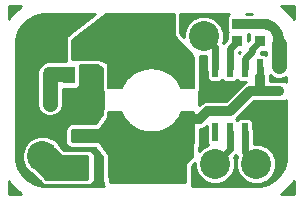
<source format=gtl>
G75*
%MOIN*%
%OFA0B0*%
%FSLAX25Y25*%
%IPPOS*%
%LPD*%
%AMOC8*
5,1,8,0,0,1.08239X$1,22.5*
%
%ADD10C,0.00500*%
%ADD11C,0.00160*%
%ADD12R,0.05000X0.05000*%
%ADD13R,0.03937X0.05512*%
%ADD14C,0.10000*%
%ADD15R,0.06299X0.07480*%
%ADD16R,0.02165X0.05906*%
%ADD17R,0.06299X0.03543*%
%ADD18R,0.03150X0.03150*%
%ADD19R,0.03740X0.03740*%
%ADD20C,0.01000*%
%ADD21C,0.03369*%
%ADD22C,0.01200*%
%ADD23R,0.03369X0.03369*%
%ADD24R,0.03762X0.03762*%
%ADD25C,0.03200*%
%ADD26C,0.02400*%
%ADD27C,0.05000*%
%ADD28C,0.05000*%
D10*
X0034630Y0018380D02*
X0034630Y0028616D01*
X0039157Y0028616D01*
X0039520Y0027359D01*
X0040074Y0026174D01*
X0040808Y0025090D01*
X0041701Y0024134D01*
X0042733Y0023330D01*
X0043879Y0022697D01*
X0045109Y0022251D01*
X0046394Y0022003D01*
X0047701Y0021959D01*
X0049000Y0022120D01*
X0050306Y0021912D01*
X0051629Y0021920D01*
X0052932Y0022146D01*
X0054181Y0022582D01*
X0055341Y0023217D01*
X0056381Y0024034D01*
X0057273Y0025011D01*
X0057993Y0026121D01*
X0058521Y0027333D01*
X0058843Y0028616D01*
X0063370Y0028616D01*
X0063370Y0018380D01*
X0034630Y0018380D01*
X0034630Y0018449D02*
X0063370Y0018449D01*
X0063370Y0018948D02*
X0034630Y0018948D01*
X0034630Y0019446D02*
X0063370Y0019446D01*
X0063370Y0019945D02*
X0034630Y0019945D01*
X0034630Y0020443D02*
X0063370Y0020443D01*
X0063370Y0020942D02*
X0034630Y0020942D01*
X0034630Y0021440D02*
X0063370Y0021440D01*
X0063370Y0021939D02*
X0051736Y0021939D01*
X0050135Y0021939D02*
X0034630Y0021939D01*
X0034630Y0022437D02*
X0044594Y0022437D01*
X0043446Y0022936D02*
X0034630Y0022936D01*
X0034630Y0023434D02*
X0042599Y0023434D01*
X0041959Y0023933D02*
X0034630Y0023933D01*
X0034630Y0024432D02*
X0041423Y0024432D01*
X0040957Y0024930D02*
X0034630Y0024930D01*
X0034630Y0025429D02*
X0040578Y0025429D01*
X0040241Y0025927D02*
X0034630Y0025927D01*
X0034630Y0026426D02*
X0039956Y0026426D01*
X0039723Y0026924D02*
X0034630Y0026924D01*
X0034630Y0027423D02*
X0039501Y0027423D01*
X0039358Y0027921D02*
X0034630Y0027921D01*
X0034630Y0028420D02*
X0039214Y0028420D01*
X0039157Y0036884D02*
X0034630Y0036884D01*
X0034630Y0047120D01*
X0063370Y0047120D01*
X0063370Y0036884D01*
X0058843Y0036884D01*
X0058480Y0038141D01*
X0057926Y0039326D01*
X0057192Y0040410D01*
X0056299Y0041366D01*
X0055267Y0042170D01*
X0054121Y0042803D01*
X0052891Y0043249D01*
X0051606Y0043497D01*
X0050299Y0043541D01*
X0049000Y0043380D01*
X0047694Y0043588D01*
X0046371Y0043580D01*
X0045068Y0043354D01*
X0043819Y0042918D01*
X0042659Y0042283D01*
X0041619Y0041466D01*
X0040727Y0040489D01*
X0040007Y0039379D01*
X0039479Y0038167D01*
X0039157Y0036884D01*
X0039160Y0036894D02*
X0034630Y0036894D01*
X0034630Y0037393D02*
X0039285Y0037393D01*
X0039410Y0037891D02*
X0034630Y0037891D01*
X0034630Y0038390D02*
X0039577Y0038390D01*
X0039794Y0038888D02*
X0034630Y0038888D01*
X0034630Y0039387D02*
X0040012Y0039387D01*
X0040336Y0039885D02*
X0034630Y0039885D01*
X0034630Y0040384D02*
X0040659Y0040384D01*
X0041086Y0040882D02*
X0034630Y0040882D01*
X0034630Y0041381D02*
X0041542Y0041381D01*
X0042146Y0041879D02*
X0034630Y0041879D01*
X0034630Y0042378D02*
X0042834Y0042378D01*
X0043744Y0042876D02*
X0034630Y0042876D01*
X0034630Y0043375D02*
X0045189Y0043375D01*
X0052239Y0043375D02*
X0063370Y0043375D01*
X0063370Y0043873D02*
X0034630Y0043873D01*
X0034630Y0044372D02*
X0063370Y0044372D01*
X0063370Y0044870D02*
X0034630Y0044870D01*
X0034630Y0045369D02*
X0063370Y0045369D01*
X0063370Y0045868D02*
X0034630Y0045868D01*
X0034630Y0046366D02*
X0063370Y0046366D01*
X0063370Y0046865D02*
X0034630Y0046865D01*
X0053919Y0042876D02*
X0063370Y0042876D01*
X0063370Y0042378D02*
X0054891Y0042378D01*
X0055640Y0041879D02*
X0063370Y0041879D01*
X0063370Y0041381D02*
X0056280Y0041381D01*
X0056751Y0040882D02*
X0063370Y0040882D01*
X0063370Y0040384D02*
X0057210Y0040384D01*
X0057548Y0039885D02*
X0063370Y0039885D01*
X0063370Y0039387D02*
X0057885Y0039387D01*
X0058131Y0038888D02*
X0063370Y0038888D01*
X0063370Y0038390D02*
X0058364Y0038390D01*
X0058552Y0037891D02*
X0063370Y0037891D01*
X0063370Y0037393D02*
X0058696Y0037393D01*
X0058840Y0036894D02*
X0063370Y0036894D01*
X0063370Y0028420D02*
X0058793Y0028420D01*
X0058668Y0027921D02*
X0063370Y0027921D01*
X0063370Y0027423D02*
X0058543Y0027423D01*
X0058342Y0026924D02*
X0063370Y0026924D01*
X0063370Y0026426D02*
X0058125Y0026426D01*
X0057867Y0025927D02*
X0063370Y0025927D01*
X0063370Y0025429D02*
X0057544Y0025429D01*
X0057199Y0024930D02*
X0063370Y0024930D01*
X0063370Y0024432D02*
X0056744Y0024432D01*
X0056252Y0023933D02*
X0063370Y0023933D01*
X0063370Y0023434D02*
X0055617Y0023434D01*
X0054827Y0022936D02*
X0063370Y0022936D01*
X0063370Y0022437D02*
X0053766Y0022437D01*
D11*
X0060104Y0037393D02*
X0058777Y0036835D01*
X0058672Y0037073D01*
X0058560Y0037308D01*
X0058444Y0037540D01*
X0058321Y0037769D01*
X0058193Y0037995D01*
X0058059Y0038218D01*
X0057920Y0038438D01*
X0057776Y0038654D01*
X0057626Y0038867D01*
X0057472Y0039076D01*
X0057312Y0039281D01*
X0057147Y0039482D01*
X0056978Y0039679D01*
X0056804Y0039872D01*
X0056625Y0040060D01*
X0056441Y0040244D01*
X0056253Y0040424D01*
X0056061Y0040599D01*
X0055864Y0040769D01*
X0055664Y0040934D01*
X0055459Y0041095D01*
X0055251Y0041250D01*
X0055039Y0041400D01*
X0054823Y0041546D01*
X0054604Y0041685D01*
X0054382Y0041820D01*
X0054156Y0041948D01*
X0053927Y0042072D01*
X0053695Y0042190D01*
X0053461Y0042302D01*
X0053224Y0042408D01*
X0052984Y0042508D01*
X0052742Y0042603D01*
X0052497Y0042692D01*
X0052251Y0042774D01*
X0052003Y0042851D01*
X0051752Y0042921D01*
X0051501Y0042986D01*
X0051247Y0043044D01*
X0050993Y0043096D01*
X0050737Y0043142D01*
X0050480Y0043182D01*
X0050222Y0043215D01*
X0049963Y0043242D01*
X0049704Y0043263D01*
X0049445Y0043277D01*
X0049185Y0043285D01*
X0048925Y0043287D01*
X0048665Y0043282D01*
X0048406Y0043271D01*
X0048146Y0043254D01*
X0047887Y0043230D01*
X0047629Y0043200D01*
X0047372Y0043164D01*
X0047115Y0043122D01*
X0046860Y0043073D01*
X0046606Y0043018D01*
X0046353Y0042957D01*
X0046102Y0042890D01*
X0045853Y0042816D01*
X0045605Y0042737D01*
X0045360Y0042651D01*
X0045117Y0042560D01*
X0044875Y0042463D01*
X0044637Y0042360D01*
X0044401Y0042251D01*
X0044168Y0042136D01*
X0043937Y0042016D01*
X0043710Y0041890D01*
X0043486Y0041758D01*
X0043265Y0041622D01*
X0043047Y0041479D01*
X0042833Y0041332D01*
X0042623Y0041179D01*
X0042416Y0041022D01*
X0042213Y0040859D01*
X0042015Y0040691D01*
X0041820Y0040519D01*
X0041630Y0040342D01*
X0041444Y0040160D01*
X0041262Y0039974D01*
X0041086Y0039783D01*
X0040913Y0039589D01*
X0040746Y0039390D01*
X0040584Y0039187D01*
X0040426Y0038980D01*
X0040274Y0038769D01*
X0040127Y0038555D01*
X0039985Y0038337D01*
X0039849Y0038116D01*
X0039717Y0037892D01*
X0039592Y0037664D01*
X0039472Y0037433D01*
X0039358Y0037200D01*
X0039249Y0036964D01*
X0039146Y0036725D01*
X0037813Y0037268D01*
X0037929Y0037540D01*
X0038052Y0037808D01*
X0038182Y0038073D01*
X0038318Y0038335D01*
X0038460Y0038594D01*
X0038609Y0038849D01*
X0038764Y0039101D01*
X0038925Y0039348D01*
X0039092Y0039592D01*
X0039265Y0039831D01*
X0039443Y0040066D01*
X0039628Y0040297D01*
X0039818Y0040523D01*
X0040013Y0040744D01*
X0040214Y0040961D01*
X0040420Y0041172D01*
X0040631Y0041379D01*
X0040847Y0041580D01*
X0041068Y0041776D01*
X0041293Y0041967D01*
X0041523Y0042152D01*
X0041758Y0042331D01*
X0041997Y0042504D01*
X0042240Y0042672D01*
X0042487Y0042834D01*
X0042738Y0042989D01*
X0042993Y0043139D01*
X0043251Y0043282D01*
X0043513Y0043419D01*
X0043778Y0043549D01*
X0044046Y0043673D01*
X0044317Y0043790D01*
X0044591Y0043901D01*
X0044867Y0044005D01*
X0045146Y0044102D01*
X0045427Y0044192D01*
X0045710Y0044275D01*
X0045995Y0044352D01*
X0046282Y0044421D01*
X0046571Y0044484D01*
X0046861Y0044539D01*
X0047152Y0044587D01*
X0047445Y0044629D01*
X0047738Y0044663D01*
X0048032Y0044689D01*
X0048327Y0044709D01*
X0048622Y0044722D01*
X0048917Y0044727D01*
X0049212Y0044725D01*
X0049507Y0044716D01*
X0049802Y0044699D01*
X0050097Y0044676D01*
X0050390Y0044645D01*
X0050683Y0044607D01*
X0050975Y0044562D01*
X0051266Y0044510D01*
X0051555Y0044451D01*
X0051843Y0044385D01*
X0052129Y0044311D01*
X0052413Y0044231D01*
X0052695Y0044144D01*
X0052975Y0044050D01*
X0053252Y0043949D01*
X0053527Y0043842D01*
X0053800Y0043728D01*
X0054069Y0043607D01*
X0054336Y0043479D01*
X0054599Y0043346D01*
X0054859Y0043205D01*
X0055115Y0043059D01*
X0055368Y0042906D01*
X0055617Y0042747D01*
X0055862Y0042582D01*
X0056102Y0042412D01*
X0056339Y0042235D01*
X0056571Y0042053D01*
X0056799Y0041865D01*
X0057022Y0041671D01*
X0057240Y0041472D01*
X0057454Y0041268D01*
X0057662Y0041059D01*
X0057865Y0040845D01*
X0058063Y0040625D01*
X0058255Y0040401D01*
X0058442Y0040173D01*
X0058624Y0039940D01*
X0058799Y0039702D01*
X0058969Y0039461D01*
X0059133Y0039215D01*
X0059290Y0038965D01*
X0059442Y0038712D01*
X0059587Y0038455D01*
X0059726Y0038194D01*
X0059859Y0037931D01*
X0059985Y0037664D01*
X0060105Y0037394D01*
X0059965Y0037335D01*
X0059847Y0037602D01*
X0059723Y0037865D01*
X0059592Y0038126D01*
X0059454Y0038383D01*
X0059311Y0038637D01*
X0059161Y0038887D01*
X0059006Y0039134D01*
X0058844Y0039376D01*
X0058676Y0039615D01*
X0058503Y0039849D01*
X0058324Y0040079D01*
X0058139Y0040305D01*
X0057949Y0040526D01*
X0057754Y0040743D01*
X0057553Y0040954D01*
X0057348Y0041161D01*
X0057137Y0041362D01*
X0056921Y0041559D01*
X0056701Y0041750D01*
X0056476Y0041935D01*
X0056247Y0042115D01*
X0056013Y0042290D01*
X0055775Y0042458D01*
X0055533Y0042621D01*
X0055288Y0042778D01*
X0055038Y0042929D01*
X0054785Y0043074D01*
X0054528Y0043212D01*
X0054268Y0043344D01*
X0054005Y0043470D01*
X0053739Y0043589D01*
X0053470Y0043702D01*
X0053199Y0043808D01*
X0052925Y0043908D01*
X0052648Y0044000D01*
X0052370Y0044086D01*
X0052089Y0044166D01*
X0051807Y0044238D01*
X0051523Y0044303D01*
X0051237Y0044362D01*
X0050950Y0044413D01*
X0050662Y0044458D01*
X0050373Y0044495D01*
X0050083Y0044525D01*
X0049792Y0044549D01*
X0049501Y0044565D01*
X0049209Y0044574D01*
X0048918Y0044576D01*
X0048626Y0044571D01*
X0048335Y0044558D01*
X0048044Y0044539D01*
X0047754Y0044512D01*
X0047464Y0044479D01*
X0047175Y0044438D01*
X0046888Y0044390D01*
X0046601Y0044336D01*
X0046316Y0044274D01*
X0046033Y0044206D01*
X0045751Y0044130D01*
X0045472Y0044048D01*
X0045194Y0043959D01*
X0044919Y0043863D01*
X0044646Y0043760D01*
X0044375Y0043651D01*
X0044108Y0043535D01*
X0043843Y0043413D01*
X0043582Y0043284D01*
X0043323Y0043149D01*
X0043068Y0043008D01*
X0042817Y0042860D01*
X0042569Y0042707D01*
X0042325Y0042547D01*
X0042085Y0042382D01*
X0041849Y0042210D01*
X0041617Y0042033D01*
X0041390Y0041851D01*
X0041167Y0041662D01*
X0040949Y0041469D01*
X0040736Y0041270D01*
X0040527Y0041066D01*
X0040324Y0040857D01*
X0040126Y0040644D01*
X0039933Y0040425D01*
X0039745Y0040202D01*
X0039563Y0039974D01*
X0039387Y0039742D01*
X0039216Y0039505D01*
X0039051Y0039265D01*
X0038892Y0039021D01*
X0038739Y0038772D01*
X0038592Y0038520D01*
X0038452Y0038265D01*
X0038317Y0038006D01*
X0038189Y0037744D01*
X0038068Y0037479D01*
X0037952Y0037211D01*
X0038092Y0037154D01*
X0038206Y0037419D01*
X0038326Y0037681D01*
X0038452Y0037939D01*
X0038585Y0038195D01*
X0038724Y0038447D01*
X0038869Y0038695D01*
X0039020Y0038940D01*
X0039177Y0039182D01*
X0039340Y0039419D01*
X0039508Y0039653D01*
X0039683Y0039882D01*
X0039862Y0040107D01*
X0040048Y0040327D01*
X0040238Y0040543D01*
X0040434Y0040754D01*
X0040635Y0040960D01*
X0040840Y0041161D01*
X0041051Y0041358D01*
X0041266Y0041549D01*
X0041486Y0041734D01*
X0041711Y0041915D01*
X0041939Y0042089D01*
X0042172Y0042259D01*
X0042409Y0042422D01*
X0042650Y0042580D01*
X0042895Y0042731D01*
X0043143Y0042877D01*
X0043395Y0043016D01*
X0043650Y0043150D01*
X0043908Y0043277D01*
X0044170Y0043397D01*
X0044434Y0043512D01*
X0044701Y0043619D01*
X0044970Y0043721D01*
X0045242Y0043815D01*
X0045516Y0043903D01*
X0045792Y0043985D01*
X0046071Y0044059D01*
X0046350Y0044127D01*
X0046632Y0044188D01*
X0046914Y0044242D01*
X0047198Y0044289D01*
X0047483Y0044329D01*
X0047769Y0044362D01*
X0048056Y0044388D01*
X0048343Y0044408D01*
X0048631Y0044420D01*
X0048919Y0044425D01*
X0049207Y0044423D01*
X0049494Y0044414D01*
X0049782Y0044398D01*
X0050069Y0044375D01*
X0050355Y0044345D01*
X0050640Y0044308D01*
X0050925Y0044264D01*
X0051208Y0044214D01*
X0051490Y0044156D01*
X0051771Y0044091D01*
X0052050Y0044020D01*
X0052327Y0043942D01*
X0052602Y0043857D01*
X0052875Y0043765D01*
X0053145Y0043667D01*
X0053413Y0043562D01*
X0053679Y0043451D01*
X0053942Y0043333D01*
X0054201Y0043209D01*
X0054458Y0043078D01*
X0054711Y0042942D01*
X0054961Y0042799D01*
X0055208Y0042650D01*
X0055450Y0042495D01*
X0055689Y0042335D01*
X0055924Y0042168D01*
X0056155Y0041996D01*
X0056381Y0041818D01*
X0056603Y0041635D01*
X0056821Y0041446D01*
X0057033Y0041252D01*
X0057241Y0041053D01*
X0057444Y0040849D01*
X0057643Y0040641D01*
X0057835Y0040427D01*
X0058023Y0040209D01*
X0058205Y0039986D01*
X0058382Y0039759D01*
X0058553Y0039527D01*
X0058719Y0039292D01*
X0058878Y0039052D01*
X0059032Y0038809D01*
X0059180Y0038562D01*
X0059322Y0038311D01*
X0059457Y0038057D01*
X0059587Y0037800D01*
X0059710Y0037540D01*
X0059826Y0037277D01*
X0059687Y0037218D01*
X0059572Y0037478D01*
X0059450Y0037735D01*
X0059323Y0037989D01*
X0059189Y0038239D01*
X0059049Y0038487D01*
X0058903Y0038730D01*
X0058751Y0038971D01*
X0058594Y0039207D01*
X0058430Y0039440D01*
X0058261Y0039668D01*
X0058087Y0039892D01*
X0057907Y0040112D01*
X0057722Y0040328D01*
X0057531Y0040539D01*
X0057336Y0040745D01*
X0057135Y0040946D01*
X0056930Y0041142D01*
X0056720Y0041334D01*
X0056505Y0041520D01*
X0056286Y0041701D01*
X0056062Y0041876D01*
X0055835Y0042046D01*
X0055603Y0042211D01*
X0055367Y0042369D01*
X0055127Y0042522D01*
X0054884Y0042669D01*
X0054638Y0042810D01*
X0054387Y0042945D01*
X0054134Y0043074D01*
X0053878Y0043196D01*
X0053618Y0043312D01*
X0053356Y0043422D01*
X0053092Y0043526D01*
X0052825Y0043623D01*
X0052555Y0043713D01*
X0052284Y0043797D01*
X0052010Y0043874D01*
X0051735Y0043945D01*
X0051458Y0044008D01*
X0051180Y0044065D01*
X0050900Y0044115D01*
X0050619Y0044159D01*
X0050337Y0044195D01*
X0050055Y0044225D01*
X0049771Y0044247D01*
X0049488Y0044263D01*
X0049204Y0044272D01*
X0048920Y0044274D01*
X0048635Y0044269D01*
X0048352Y0044257D01*
X0048068Y0044238D01*
X0047785Y0044212D01*
X0047503Y0044179D01*
X0047221Y0044140D01*
X0046941Y0044093D01*
X0046662Y0044040D01*
X0046384Y0043980D01*
X0046108Y0043913D01*
X0045834Y0043839D01*
X0045561Y0043759D01*
X0045290Y0043672D01*
X0045022Y0043579D01*
X0044756Y0043479D01*
X0044493Y0043372D01*
X0044232Y0043260D01*
X0043974Y0043141D01*
X0043719Y0043015D01*
X0043467Y0042884D01*
X0043218Y0042746D01*
X0042973Y0042602D01*
X0042732Y0042452D01*
X0042494Y0042297D01*
X0042260Y0042136D01*
X0042030Y0041969D01*
X0041804Y0041796D01*
X0041583Y0041618D01*
X0041366Y0041435D01*
X0041153Y0041246D01*
X0040945Y0041053D01*
X0040742Y0040854D01*
X0040544Y0040650D01*
X0040350Y0040442D01*
X0040162Y0040229D01*
X0039980Y0040011D01*
X0039802Y0039790D01*
X0039630Y0039563D01*
X0039464Y0039333D01*
X0039303Y0039099D01*
X0039148Y0038860D01*
X0038999Y0038619D01*
X0038856Y0038373D01*
X0038719Y0038124D01*
X0038588Y0037872D01*
X0038463Y0037617D01*
X0038344Y0037359D01*
X0038232Y0037097D01*
X0038372Y0037040D01*
X0038483Y0037298D01*
X0038600Y0037553D01*
X0038723Y0037805D01*
X0038852Y0038054D01*
X0038988Y0038299D01*
X0039129Y0038542D01*
X0039276Y0038780D01*
X0039429Y0039015D01*
X0039588Y0039247D01*
X0039752Y0039474D01*
X0039922Y0039697D01*
X0040097Y0039916D01*
X0040277Y0040131D01*
X0040463Y0040341D01*
X0040654Y0040547D01*
X0040849Y0040748D01*
X0041050Y0040944D01*
X0041255Y0041135D01*
X0041465Y0041321D01*
X0041679Y0041502D01*
X0041898Y0041678D01*
X0042121Y0041848D01*
X0042348Y0042013D01*
X0042579Y0042172D01*
X0042813Y0042325D01*
X0043052Y0042473D01*
X0043294Y0042615D01*
X0043539Y0042751D01*
X0043788Y0042881D01*
X0044039Y0043004D01*
X0044294Y0043122D01*
X0044551Y0043233D01*
X0044811Y0043338D01*
X0045074Y0043437D01*
X0045339Y0043529D01*
X0045606Y0043615D01*
X0045875Y0043694D01*
X0046146Y0043767D01*
X0046418Y0043833D01*
X0046692Y0043892D01*
X0046968Y0043945D01*
X0047244Y0043990D01*
X0047522Y0044030D01*
X0047801Y0044062D01*
X0048080Y0044087D01*
X0048360Y0044106D01*
X0048640Y0044118D01*
X0048920Y0044123D01*
X0049201Y0044121D01*
X0049481Y0044112D01*
X0049761Y0044097D01*
X0050041Y0044074D01*
X0050320Y0044045D01*
X0050598Y0044009D01*
X0050875Y0043967D01*
X0051151Y0043917D01*
X0051426Y0043861D01*
X0051699Y0043798D01*
X0051971Y0043728D01*
X0052241Y0043652D01*
X0052509Y0043569D01*
X0052775Y0043480D01*
X0053038Y0043385D01*
X0053299Y0043282D01*
X0053558Y0043174D01*
X0053814Y0043059D01*
X0054067Y0042938D01*
X0054317Y0042811D01*
X0054564Y0042678D01*
X0054807Y0042539D01*
X0055047Y0042394D01*
X0055284Y0042243D01*
X0055517Y0042087D01*
X0055745Y0041924D01*
X0055970Y0041757D01*
X0056191Y0041584D01*
X0056407Y0041405D01*
X0056619Y0041221D01*
X0056826Y0041033D01*
X0057029Y0040839D01*
X0057227Y0040640D01*
X0057420Y0040437D01*
X0057608Y0040228D01*
X0057791Y0040016D01*
X0057968Y0039799D01*
X0058141Y0039577D01*
X0058307Y0039352D01*
X0058469Y0039122D01*
X0058624Y0038889D01*
X0058774Y0038652D01*
X0058918Y0038411D01*
X0059056Y0038167D01*
X0059188Y0037920D01*
X0059314Y0037669D01*
X0059434Y0037416D01*
X0059548Y0037159D01*
X0059409Y0037101D01*
X0059296Y0037354D01*
X0059178Y0037604D01*
X0059054Y0037851D01*
X0058923Y0038095D01*
X0058787Y0038336D01*
X0058645Y0038574D01*
X0058497Y0038808D01*
X0058343Y0039038D01*
X0058184Y0039264D01*
X0058020Y0039487D01*
X0057850Y0039705D01*
X0057674Y0039919D01*
X0057494Y0040129D01*
X0057309Y0040335D01*
X0057118Y0040535D01*
X0056923Y0040731D01*
X0056723Y0040923D01*
X0056518Y0041109D01*
X0056309Y0041290D01*
X0056096Y0041466D01*
X0055878Y0041637D01*
X0055656Y0041803D01*
X0055430Y0041963D01*
X0055201Y0042117D01*
X0054967Y0042266D01*
X0054730Y0042409D01*
X0054490Y0042546D01*
X0054247Y0042678D01*
X0054000Y0042803D01*
X0053750Y0042922D01*
X0053498Y0043036D01*
X0053242Y0043143D01*
X0052985Y0043243D01*
X0052725Y0043338D01*
X0052462Y0043426D01*
X0052198Y0043507D01*
X0051931Y0043583D01*
X0051663Y0043651D01*
X0051394Y0043713D01*
X0051122Y0043769D01*
X0050850Y0043818D01*
X0050577Y0043860D01*
X0050302Y0043895D01*
X0050027Y0043924D01*
X0049751Y0043946D01*
X0049475Y0043961D01*
X0049198Y0043970D01*
X0048921Y0043972D01*
X0048645Y0043967D01*
X0048368Y0043955D01*
X0048092Y0043937D01*
X0047816Y0043912D01*
X0047541Y0043880D01*
X0047267Y0043841D01*
X0046994Y0043796D01*
X0046723Y0043744D01*
X0046452Y0043686D01*
X0046183Y0043620D01*
X0045916Y0043549D01*
X0045650Y0043471D01*
X0045387Y0043386D01*
X0045125Y0043295D01*
X0044866Y0043198D01*
X0044610Y0043094D01*
X0044356Y0042984D01*
X0044105Y0042868D01*
X0043856Y0042746D01*
X0043611Y0042618D01*
X0043369Y0042484D01*
X0043130Y0042344D01*
X0042895Y0042198D01*
X0042663Y0042047D01*
X0042435Y0041890D01*
X0042211Y0041727D01*
X0041991Y0041559D01*
X0041776Y0041386D01*
X0041564Y0041207D01*
X0041357Y0041024D01*
X0041155Y0040835D01*
X0040957Y0040642D01*
X0040764Y0040443D01*
X0040575Y0040241D01*
X0040392Y0040033D01*
X0040214Y0039821D01*
X0040041Y0039605D01*
X0039874Y0039385D01*
X0039712Y0039160D01*
X0039555Y0038932D01*
X0039404Y0038700D01*
X0039259Y0038465D01*
X0039119Y0038226D01*
X0038986Y0037983D01*
X0038858Y0037738D01*
X0038737Y0037489D01*
X0038621Y0037238D01*
X0038512Y0036984D01*
X0038652Y0036927D01*
X0038760Y0037177D01*
X0038874Y0037425D01*
X0038994Y0037671D01*
X0039119Y0037913D01*
X0039251Y0038152D01*
X0039389Y0038388D01*
X0039532Y0038620D01*
X0039681Y0038849D01*
X0039836Y0039074D01*
X0039996Y0039296D01*
X0040161Y0039513D01*
X0040331Y0039726D01*
X0040507Y0039935D01*
X0040688Y0040140D01*
X0040874Y0040340D01*
X0041064Y0040536D01*
X0041259Y0040726D01*
X0041459Y0040912D01*
X0041663Y0041094D01*
X0041872Y0041270D01*
X0042085Y0041441D01*
X0042302Y0041606D01*
X0042523Y0041767D01*
X0042748Y0041922D01*
X0042976Y0042071D01*
X0043208Y0042215D01*
X0043444Y0042353D01*
X0043683Y0042485D01*
X0043925Y0042612D01*
X0044170Y0042732D01*
X0044418Y0042847D01*
X0044668Y0042955D01*
X0044922Y0043057D01*
X0045177Y0043153D01*
X0045435Y0043243D01*
X0045695Y0043326D01*
X0045957Y0043404D01*
X0046221Y0043474D01*
X0046486Y0043538D01*
X0046753Y0043596D01*
X0047021Y0043647D01*
X0047290Y0043692D01*
X0047561Y0043730D01*
X0047832Y0043761D01*
X0048104Y0043786D01*
X0048376Y0043804D01*
X0048649Y0043816D01*
X0048922Y0043821D01*
X0049195Y0043819D01*
X0049468Y0043811D01*
X0049741Y0043795D01*
X0050013Y0043774D01*
X0050284Y0043745D01*
X0050555Y0043710D01*
X0050825Y0043669D01*
X0051094Y0043621D01*
X0051361Y0043566D01*
X0051627Y0043505D01*
X0051892Y0043437D01*
X0052155Y0043363D01*
X0052416Y0043282D01*
X0052674Y0043195D01*
X0052931Y0043102D01*
X0053185Y0043003D01*
X0053437Y0042897D01*
X0053686Y0042786D01*
X0053933Y0042668D01*
X0054176Y0042544D01*
X0054416Y0042415D01*
X0054654Y0042279D01*
X0054887Y0042138D01*
X0055117Y0041991D01*
X0055344Y0041839D01*
X0055567Y0041681D01*
X0055786Y0041518D01*
X0056000Y0041349D01*
X0056211Y0041175D01*
X0056417Y0040997D01*
X0056619Y0040813D01*
X0056817Y0040624D01*
X0057009Y0040431D01*
X0057197Y0040232D01*
X0057380Y0040030D01*
X0057558Y0039823D01*
X0057731Y0039612D01*
X0057899Y0039396D01*
X0058061Y0039177D01*
X0058218Y0038953D01*
X0058370Y0038726D01*
X0058516Y0038495D01*
X0058656Y0038261D01*
X0058791Y0038023D01*
X0058919Y0037783D01*
X0059042Y0037539D01*
X0059159Y0037292D01*
X0059269Y0037042D01*
X0059130Y0036984D01*
X0059021Y0037230D01*
X0058906Y0037473D01*
X0058785Y0037714D01*
X0058658Y0037952D01*
X0058525Y0038186D01*
X0058387Y0038417D01*
X0058243Y0038645D01*
X0058093Y0038869D01*
X0057938Y0039089D01*
X0057778Y0039306D01*
X0057613Y0039518D01*
X0057442Y0039726D01*
X0057266Y0039931D01*
X0057086Y0040130D01*
X0056901Y0040326D01*
X0056710Y0040517D01*
X0056516Y0040703D01*
X0056317Y0040884D01*
X0056113Y0041060D01*
X0055905Y0041232D01*
X0055693Y0041398D01*
X0055477Y0041559D01*
X0055258Y0041715D01*
X0055034Y0041865D01*
X0054807Y0042010D01*
X0054577Y0042149D01*
X0054343Y0042283D01*
X0054106Y0042411D01*
X0053866Y0042533D01*
X0053623Y0042649D01*
X0053377Y0042759D01*
X0053128Y0042863D01*
X0052878Y0042961D01*
X0052624Y0043053D01*
X0052369Y0043139D01*
X0052112Y0043218D01*
X0051852Y0043291D01*
X0051592Y0043358D01*
X0051329Y0043418D01*
X0051065Y0043472D01*
X0050800Y0043520D01*
X0050534Y0043561D01*
X0050267Y0043595D01*
X0049999Y0043623D01*
X0049730Y0043645D01*
X0049462Y0043660D01*
X0049192Y0043668D01*
X0048923Y0043670D01*
X0048654Y0043665D01*
X0048385Y0043654D01*
X0048116Y0043636D01*
X0047848Y0043611D01*
X0047580Y0043580D01*
X0047313Y0043543D01*
X0047048Y0043499D01*
X0046783Y0043448D01*
X0046520Y0043391D01*
X0046258Y0043328D01*
X0045998Y0043258D01*
X0045740Y0043182D01*
X0045483Y0043100D01*
X0045229Y0043011D01*
X0044977Y0042917D01*
X0044727Y0042816D01*
X0044480Y0042709D01*
X0044235Y0042596D01*
X0043993Y0042477D01*
X0043755Y0042352D01*
X0043519Y0042222D01*
X0043287Y0042086D01*
X0043058Y0041944D01*
X0042832Y0041797D01*
X0042611Y0041644D01*
X0042393Y0041486D01*
X0042179Y0041322D01*
X0041969Y0041154D01*
X0041763Y0040980D01*
X0041561Y0040801D01*
X0041364Y0040618D01*
X0041171Y0040429D01*
X0040984Y0040236D01*
X0040800Y0040039D01*
X0040622Y0039837D01*
X0040449Y0039631D01*
X0040280Y0039421D01*
X0040117Y0039206D01*
X0039960Y0038988D01*
X0039807Y0038766D01*
X0039660Y0038540D01*
X0039519Y0038311D01*
X0039383Y0038078D01*
X0039253Y0037843D01*
X0039129Y0037604D01*
X0039010Y0037362D01*
X0038898Y0037117D01*
X0038791Y0036870D01*
X0038931Y0036813D01*
X0039036Y0037057D01*
X0039147Y0037298D01*
X0039264Y0037536D01*
X0039387Y0037772D01*
X0039515Y0038005D01*
X0039649Y0038234D01*
X0039788Y0038460D01*
X0039933Y0038683D01*
X0040084Y0038902D01*
X0040239Y0039117D01*
X0040400Y0039328D01*
X0040566Y0039536D01*
X0040737Y0039739D01*
X0040913Y0039938D01*
X0041093Y0040133D01*
X0041279Y0040323D01*
X0041469Y0040509D01*
X0041663Y0040690D01*
X0041862Y0040866D01*
X0042065Y0041037D01*
X0042272Y0041204D01*
X0042483Y0041365D01*
X0042698Y0041521D01*
X0042917Y0041672D01*
X0043139Y0041817D01*
X0043365Y0041957D01*
X0043594Y0042091D01*
X0043827Y0042220D01*
X0044062Y0042343D01*
X0044301Y0042460D01*
X0044542Y0042571D01*
X0044785Y0042677D01*
X0045032Y0042776D01*
X0045280Y0042869D01*
X0045531Y0042957D01*
X0045784Y0043038D01*
X0046039Y0043113D01*
X0046296Y0043182D01*
X0046554Y0043244D01*
X0046813Y0043300D01*
X0047074Y0043350D01*
X0047336Y0043393D01*
X0047599Y0043430D01*
X0047863Y0043461D01*
X0048128Y0043485D01*
X0048393Y0043503D01*
X0048658Y0043514D01*
X0048924Y0043519D01*
X0049189Y0043517D01*
X0049455Y0043509D01*
X0049720Y0043494D01*
X0049985Y0043473D01*
X0050249Y0043445D01*
X0050513Y0043411D01*
X0050775Y0043371D01*
X0051037Y0043324D01*
X0051297Y0043271D01*
X0051556Y0043211D01*
X0051813Y0043145D01*
X0052069Y0043073D01*
X0052322Y0042995D01*
X0052574Y0042910D01*
X0052824Y0042820D01*
X0053071Y0042723D01*
X0053316Y0042620D01*
X0053559Y0042512D01*
X0053798Y0042397D01*
X0054035Y0042277D01*
X0054269Y0042151D01*
X0054500Y0042019D01*
X0054727Y0041882D01*
X0054951Y0041739D01*
X0055171Y0041591D01*
X0055388Y0041437D01*
X0055601Y0041279D01*
X0055810Y0041115D01*
X0056015Y0040946D01*
X0056216Y0040772D01*
X0056412Y0040593D01*
X0056604Y0040409D01*
X0056792Y0040221D01*
X0056975Y0040028D01*
X0057153Y0039831D01*
X0057326Y0039630D01*
X0057494Y0039424D01*
X0057657Y0039215D01*
X0057815Y0039001D01*
X0057968Y0038784D01*
X0058116Y0038563D01*
X0058258Y0038339D01*
X0058394Y0038111D01*
X0058525Y0037880D01*
X0058650Y0037645D01*
X0058770Y0037408D01*
X0058883Y0037168D01*
X0058991Y0036925D01*
X0058852Y0036867D01*
X0058746Y0037106D01*
X0058634Y0037343D01*
X0058516Y0037577D01*
X0058392Y0037808D01*
X0058263Y0038036D01*
X0058129Y0038260D01*
X0057988Y0038482D01*
X0057843Y0038700D01*
X0057692Y0038914D01*
X0057537Y0039124D01*
X0057376Y0039331D01*
X0057210Y0039534D01*
X0057039Y0039732D01*
X0056863Y0039926D01*
X0056683Y0040116D01*
X0056498Y0040302D01*
X0056309Y0040483D01*
X0056115Y0040659D01*
X0055917Y0040831D01*
X0055715Y0040997D01*
X0055509Y0041159D01*
X0055299Y0041316D01*
X0055085Y0041467D01*
X0054868Y0041613D01*
X0054647Y0041754D01*
X0054423Y0041889D01*
X0054195Y0042019D01*
X0053965Y0042143D01*
X0053731Y0042262D01*
X0053495Y0042375D01*
X0053256Y0042482D01*
X0053014Y0042583D01*
X0052770Y0042679D01*
X0052524Y0042768D01*
X0052276Y0042851D01*
X0052026Y0042929D01*
X0051774Y0043000D01*
X0051520Y0043065D01*
X0051265Y0043123D01*
X0051008Y0043176D01*
X0050750Y0043222D01*
X0050491Y0043262D01*
X0050231Y0043295D01*
X0049971Y0043323D01*
X0049710Y0043344D01*
X0049448Y0043358D01*
X0049187Y0043366D01*
X0048925Y0043368D01*
X0048663Y0043363D01*
X0048401Y0043352D01*
X0048140Y0043335D01*
X0047879Y0043311D01*
X0047619Y0043281D01*
X0047359Y0043244D01*
X0047101Y0043201D01*
X0046844Y0043152D01*
X0046588Y0043097D01*
X0046333Y0043035D01*
X0046080Y0042968D01*
X0045829Y0042894D01*
X0045579Y0042814D01*
X0045332Y0042728D01*
X0045087Y0042635D01*
X0044844Y0042537D01*
X0044604Y0042433D01*
X0044366Y0042324D01*
X0044131Y0042208D01*
X0043899Y0042087D01*
X0043669Y0041960D01*
X0043444Y0041828D01*
X0043221Y0041690D01*
X0043002Y0041546D01*
X0042786Y0041398D01*
X0042574Y0041244D01*
X0042366Y0041085D01*
X0042161Y0040921D01*
X0041961Y0040752D01*
X0041765Y0040579D01*
X0041574Y0040400D01*
X0041386Y0040217D01*
X0041203Y0040029D01*
X0041025Y0039837D01*
X0040852Y0039641D01*
X0040683Y0039441D01*
X0040520Y0039236D01*
X0040361Y0039028D01*
X0040208Y0038816D01*
X0040059Y0038600D01*
X0039916Y0038380D01*
X0039779Y0038157D01*
X0039647Y0037931D01*
X0039520Y0037702D01*
X0039399Y0037469D01*
X0039284Y0037234D01*
X0039175Y0036996D01*
X0039071Y0036756D01*
X0037896Y0028107D02*
X0039223Y0028665D01*
X0039328Y0028427D01*
X0039440Y0028192D01*
X0039556Y0027960D01*
X0039679Y0027731D01*
X0039807Y0027505D01*
X0039941Y0027282D01*
X0040080Y0027062D01*
X0040224Y0026846D01*
X0040374Y0026633D01*
X0040528Y0026424D01*
X0040688Y0026219D01*
X0040853Y0026018D01*
X0041022Y0025821D01*
X0041196Y0025628D01*
X0041375Y0025440D01*
X0041559Y0025256D01*
X0041747Y0025076D01*
X0041939Y0024901D01*
X0042136Y0024731D01*
X0042336Y0024566D01*
X0042541Y0024405D01*
X0042749Y0024250D01*
X0042961Y0024100D01*
X0043177Y0023954D01*
X0043396Y0023815D01*
X0043618Y0023680D01*
X0043844Y0023552D01*
X0044073Y0023428D01*
X0044305Y0023310D01*
X0044539Y0023198D01*
X0044776Y0023092D01*
X0045016Y0022992D01*
X0045258Y0022897D01*
X0045503Y0022808D01*
X0045749Y0022726D01*
X0045997Y0022649D01*
X0046248Y0022579D01*
X0046499Y0022514D01*
X0046753Y0022456D01*
X0047007Y0022404D01*
X0047263Y0022358D01*
X0047520Y0022318D01*
X0047778Y0022285D01*
X0048037Y0022258D01*
X0048296Y0022237D01*
X0048555Y0022223D01*
X0048815Y0022215D01*
X0049075Y0022213D01*
X0049335Y0022218D01*
X0049594Y0022229D01*
X0049854Y0022246D01*
X0050113Y0022270D01*
X0050371Y0022300D01*
X0050628Y0022336D01*
X0050885Y0022378D01*
X0051140Y0022427D01*
X0051394Y0022482D01*
X0051647Y0022543D01*
X0051898Y0022610D01*
X0052147Y0022684D01*
X0052395Y0022763D01*
X0052640Y0022849D01*
X0052883Y0022940D01*
X0053125Y0023037D01*
X0053363Y0023140D01*
X0053599Y0023249D01*
X0053832Y0023364D01*
X0054063Y0023484D01*
X0054290Y0023610D01*
X0054514Y0023742D01*
X0054735Y0023878D01*
X0054953Y0024021D01*
X0055167Y0024168D01*
X0055377Y0024321D01*
X0055584Y0024478D01*
X0055787Y0024641D01*
X0055985Y0024809D01*
X0056180Y0024981D01*
X0056370Y0025158D01*
X0056556Y0025340D01*
X0056738Y0025526D01*
X0056914Y0025717D01*
X0057087Y0025911D01*
X0057254Y0026110D01*
X0057416Y0026313D01*
X0057574Y0026520D01*
X0057726Y0026731D01*
X0057873Y0026945D01*
X0058015Y0027163D01*
X0058151Y0027384D01*
X0058283Y0027608D01*
X0058408Y0027836D01*
X0058528Y0028067D01*
X0058642Y0028300D01*
X0058751Y0028536D01*
X0058854Y0028775D01*
X0060187Y0028232D01*
X0060071Y0027960D01*
X0059948Y0027692D01*
X0059818Y0027427D01*
X0059682Y0027165D01*
X0059540Y0026906D01*
X0059391Y0026651D01*
X0059236Y0026399D01*
X0059075Y0026152D01*
X0058908Y0025908D01*
X0058735Y0025669D01*
X0058557Y0025434D01*
X0058372Y0025203D01*
X0058182Y0024977D01*
X0057987Y0024756D01*
X0057786Y0024539D01*
X0057580Y0024328D01*
X0057369Y0024121D01*
X0057153Y0023920D01*
X0056932Y0023724D01*
X0056707Y0023533D01*
X0056477Y0023348D01*
X0056242Y0023169D01*
X0056003Y0022996D01*
X0055760Y0022828D01*
X0055513Y0022666D01*
X0055262Y0022511D01*
X0055007Y0022361D01*
X0054749Y0022218D01*
X0054487Y0022081D01*
X0054222Y0021951D01*
X0053954Y0021827D01*
X0053683Y0021710D01*
X0053409Y0021599D01*
X0053133Y0021495D01*
X0052854Y0021398D01*
X0052573Y0021308D01*
X0052290Y0021225D01*
X0052005Y0021148D01*
X0051718Y0021079D01*
X0051429Y0021016D01*
X0051139Y0020961D01*
X0050848Y0020913D01*
X0050555Y0020871D01*
X0050262Y0020837D01*
X0049968Y0020811D01*
X0049673Y0020791D01*
X0049378Y0020778D01*
X0049083Y0020773D01*
X0048788Y0020775D01*
X0048493Y0020784D01*
X0048198Y0020801D01*
X0047903Y0020824D01*
X0047610Y0020855D01*
X0047317Y0020893D01*
X0047025Y0020938D01*
X0046734Y0020990D01*
X0046445Y0021049D01*
X0046157Y0021115D01*
X0045871Y0021189D01*
X0045587Y0021269D01*
X0045305Y0021356D01*
X0045025Y0021450D01*
X0044748Y0021551D01*
X0044473Y0021658D01*
X0044200Y0021772D01*
X0043931Y0021893D01*
X0043664Y0022021D01*
X0043401Y0022154D01*
X0043141Y0022295D01*
X0042885Y0022441D01*
X0042632Y0022594D01*
X0042383Y0022753D01*
X0042138Y0022918D01*
X0041898Y0023088D01*
X0041661Y0023265D01*
X0041429Y0023447D01*
X0041201Y0023635D01*
X0040978Y0023829D01*
X0040760Y0024028D01*
X0040546Y0024232D01*
X0040338Y0024441D01*
X0040135Y0024655D01*
X0039937Y0024875D01*
X0039745Y0025099D01*
X0039558Y0025327D01*
X0039376Y0025560D01*
X0039201Y0025798D01*
X0039031Y0026039D01*
X0038867Y0026285D01*
X0038710Y0026535D01*
X0038558Y0026788D01*
X0038413Y0027045D01*
X0038274Y0027306D01*
X0038141Y0027569D01*
X0038015Y0027836D01*
X0037895Y0028106D01*
X0038035Y0028165D01*
X0038153Y0027898D01*
X0038277Y0027635D01*
X0038408Y0027374D01*
X0038546Y0027117D01*
X0038689Y0026863D01*
X0038839Y0026613D01*
X0038994Y0026366D01*
X0039156Y0026124D01*
X0039324Y0025885D01*
X0039497Y0025651D01*
X0039676Y0025421D01*
X0039861Y0025195D01*
X0040051Y0024974D01*
X0040246Y0024757D01*
X0040447Y0024546D01*
X0040652Y0024339D01*
X0040863Y0024138D01*
X0041079Y0023941D01*
X0041299Y0023750D01*
X0041524Y0023565D01*
X0041753Y0023385D01*
X0041987Y0023210D01*
X0042225Y0023042D01*
X0042467Y0022879D01*
X0042712Y0022722D01*
X0042962Y0022571D01*
X0043215Y0022426D01*
X0043472Y0022288D01*
X0043732Y0022156D01*
X0043995Y0022030D01*
X0044261Y0021911D01*
X0044530Y0021798D01*
X0044801Y0021692D01*
X0045075Y0021592D01*
X0045352Y0021500D01*
X0045630Y0021414D01*
X0045911Y0021334D01*
X0046193Y0021262D01*
X0046477Y0021197D01*
X0046763Y0021138D01*
X0047050Y0021087D01*
X0047338Y0021042D01*
X0047627Y0021005D01*
X0047917Y0020975D01*
X0048208Y0020951D01*
X0048499Y0020935D01*
X0048791Y0020926D01*
X0049082Y0020924D01*
X0049374Y0020929D01*
X0049665Y0020942D01*
X0049956Y0020961D01*
X0050246Y0020988D01*
X0050536Y0021021D01*
X0050825Y0021062D01*
X0051112Y0021110D01*
X0051399Y0021164D01*
X0051684Y0021226D01*
X0051967Y0021294D01*
X0052249Y0021370D01*
X0052528Y0021452D01*
X0052806Y0021541D01*
X0053081Y0021637D01*
X0053354Y0021740D01*
X0053625Y0021849D01*
X0053892Y0021965D01*
X0054157Y0022087D01*
X0054418Y0022216D01*
X0054677Y0022351D01*
X0054932Y0022492D01*
X0055183Y0022640D01*
X0055431Y0022793D01*
X0055675Y0022953D01*
X0055915Y0023118D01*
X0056151Y0023290D01*
X0056383Y0023467D01*
X0056610Y0023649D01*
X0056833Y0023838D01*
X0057051Y0024031D01*
X0057264Y0024230D01*
X0057473Y0024434D01*
X0057676Y0024643D01*
X0057874Y0024856D01*
X0058067Y0025075D01*
X0058255Y0025298D01*
X0058437Y0025526D01*
X0058613Y0025758D01*
X0058784Y0025995D01*
X0058949Y0026235D01*
X0059108Y0026479D01*
X0059261Y0026728D01*
X0059408Y0026980D01*
X0059548Y0027235D01*
X0059683Y0027494D01*
X0059811Y0027756D01*
X0059932Y0028021D01*
X0060048Y0028289D01*
X0059908Y0028346D01*
X0059794Y0028081D01*
X0059674Y0027819D01*
X0059548Y0027561D01*
X0059415Y0027305D01*
X0059276Y0027053D01*
X0059131Y0026805D01*
X0058980Y0026560D01*
X0058823Y0026318D01*
X0058660Y0026081D01*
X0058492Y0025847D01*
X0058317Y0025618D01*
X0058138Y0025393D01*
X0057952Y0025173D01*
X0057762Y0024957D01*
X0057566Y0024746D01*
X0057365Y0024540D01*
X0057160Y0024339D01*
X0056949Y0024142D01*
X0056734Y0023951D01*
X0056514Y0023766D01*
X0056289Y0023585D01*
X0056061Y0023411D01*
X0055828Y0023241D01*
X0055591Y0023078D01*
X0055350Y0022920D01*
X0055105Y0022769D01*
X0054857Y0022623D01*
X0054605Y0022484D01*
X0054350Y0022350D01*
X0054092Y0022223D01*
X0053830Y0022103D01*
X0053566Y0021988D01*
X0053299Y0021881D01*
X0053030Y0021779D01*
X0052758Y0021685D01*
X0052484Y0021597D01*
X0052208Y0021515D01*
X0051929Y0021441D01*
X0051650Y0021373D01*
X0051368Y0021312D01*
X0051086Y0021258D01*
X0050802Y0021211D01*
X0050517Y0021171D01*
X0050231Y0021138D01*
X0049944Y0021112D01*
X0049657Y0021092D01*
X0049369Y0021080D01*
X0049081Y0021075D01*
X0048793Y0021077D01*
X0048506Y0021086D01*
X0048218Y0021102D01*
X0047931Y0021125D01*
X0047645Y0021155D01*
X0047360Y0021192D01*
X0047075Y0021236D01*
X0046792Y0021286D01*
X0046510Y0021344D01*
X0046229Y0021409D01*
X0045950Y0021480D01*
X0045673Y0021558D01*
X0045398Y0021643D01*
X0045125Y0021735D01*
X0044855Y0021833D01*
X0044587Y0021938D01*
X0044321Y0022049D01*
X0044058Y0022167D01*
X0043799Y0022291D01*
X0043542Y0022422D01*
X0043289Y0022558D01*
X0043039Y0022701D01*
X0042792Y0022850D01*
X0042550Y0023005D01*
X0042311Y0023165D01*
X0042076Y0023332D01*
X0041845Y0023504D01*
X0041619Y0023682D01*
X0041397Y0023865D01*
X0041179Y0024054D01*
X0040967Y0024248D01*
X0040759Y0024447D01*
X0040556Y0024651D01*
X0040357Y0024859D01*
X0040165Y0025073D01*
X0039977Y0025291D01*
X0039795Y0025514D01*
X0039618Y0025741D01*
X0039447Y0025973D01*
X0039281Y0026208D01*
X0039122Y0026448D01*
X0038968Y0026691D01*
X0038820Y0026938D01*
X0038678Y0027189D01*
X0038543Y0027443D01*
X0038413Y0027700D01*
X0038290Y0027960D01*
X0038174Y0028223D01*
X0038313Y0028282D01*
X0038428Y0028022D01*
X0038550Y0027765D01*
X0038677Y0027511D01*
X0038811Y0027261D01*
X0038951Y0027013D01*
X0039097Y0026770D01*
X0039249Y0026529D01*
X0039406Y0026293D01*
X0039570Y0026060D01*
X0039739Y0025832D01*
X0039913Y0025608D01*
X0040093Y0025388D01*
X0040278Y0025172D01*
X0040469Y0024961D01*
X0040664Y0024755D01*
X0040865Y0024554D01*
X0041070Y0024358D01*
X0041280Y0024166D01*
X0041495Y0023980D01*
X0041714Y0023799D01*
X0041938Y0023624D01*
X0042165Y0023454D01*
X0042397Y0023289D01*
X0042633Y0023131D01*
X0042873Y0022978D01*
X0043116Y0022831D01*
X0043362Y0022690D01*
X0043613Y0022555D01*
X0043866Y0022426D01*
X0044122Y0022304D01*
X0044382Y0022188D01*
X0044644Y0022078D01*
X0044908Y0021974D01*
X0045175Y0021877D01*
X0045445Y0021787D01*
X0045716Y0021703D01*
X0045990Y0021626D01*
X0046265Y0021555D01*
X0046542Y0021492D01*
X0046820Y0021435D01*
X0047100Y0021385D01*
X0047381Y0021341D01*
X0047663Y0021305D01*
X0047945Y0021275D01*
X0048229Y0021253D01*
X0048512Y0021237D01*
X0048796Y0021228D01*
X0049080Y0021226D01*
X0049365Y0021231D01*
X0049648Y0021243D01*
X0049932Y0021262D01*
X0050215Y0021288D01*
X0050497Y0021321D01*
X0050779Y0021360D01*
X0051059Y0021407D01*
X0051338Y0021460D01*
X0051616Y0021520D01*
X0051892Y0021587D01*
X0052166Y0021661D01*
X0052439Y0021741D01*
X0052710Y0021828D01*
X0052978Y0021921D01*
X0053244Y0022021D01*
X0053507Y0022128D01*
X0053768Y0022240D01*
X0054026Y0022359D01*
X0054281Y0022485D01*
X0054533Y0022616D01*
X0054782Y0022754D01*
X0055027Y0022898D01*
X0055268Y0023048D01*
X0055506Y0023203D01*
X0055740Y0023364D01*
X0055970Y0023531D01*
X0056196Y0023704D01*
X0056417Y0023882D01*
X0056634Y0024065D01*
X0056847Y0024254D01*
X0057055Y0024447D01*
X0057258Y0024646D01*
X0057456Y0024850D01*
X0057650Y0025058D01*
X0057838Y0025271D01*
X0058020Y0025489D01*
X0058198Y0025710D01*
X0058370Y0025937D01*
X0058536Y0026167D01*
X0058697Y0026401D01*
X0058852Y0026640D01*
X0059001Y0026881D01*
X0059144Y0027127D01*
X0059281Y0027376D01*
X0059412Y0027628D01*
X0059537Y0027883D01*
X0059656Y0028141D01*
X0059768Y0028403D01*
X0059628Y0028460D01*
X0059517Y0028202D01*
X0059400Y0027947D01*
X0059277Y0027695D01*
X0059148Y0027446D01*
X0059012Y0027201D01*
X0058871Y0026958D01*
X0058724Y0026720D01*
X0058571Y0026485D01*
X0058412Y0026253D01*
X0058248Y0026026D01*
X0058078Y0025803D01*
X0057903Y0025584D01*
X0057723Y0025369D01*
X0057537Y0025159D01*
X0057346Y0024953D01*
X0057151Y0024752D01*
X0056950Y0024556D01*
X0056745Y0024365D01*
X0056535Y0024179D01*
X0056321Y0023998D01*
X0056102Y0023822D01*
X0055879Y0023652D01*
X0055652Y0023487D01*
X0055421Y0023328D01*
X0055187Y0023175D01*
X0054948Y0023027D01*
X0054706Y0022885D01*
X0054461Y0022749D01*
X0054212Y0022619D01*
X0053961Y0022496D01*
X0053706Y0022378D01*
X0053449Y0022267D01*
X0053189Y0022162D01*
X0052926Y0022063D01*
X0052661Y0021971D01*
X0052394Y0021885D01*
X0052125Y0021806D01*
X0051854Y0021733D01*
X0051582Y0021667D01*
X0051308Y0021608D01*
X0051032Y0021555D01*
X0050756Y0021510D01*
X0050478Y0021470D01*
X0050199Y0021438D01*
X0049920Y0021413D01*
X0049640Y0021394D01*
X0049360Y0021382D01*
X0049080Y0021377D01*
X0048799Y0021379D01*
X0048519Y0021388D01*
X0048239Y0021403D01*
X0047959Y0021426D01*
X0047680Y0021455D01*
X0047402Y0021491D01*
X0047125Y0021533D01*
X0046849Y0021583D01*
X0046574Y0021639D01*
X0046301Y0021702D01*
X0046029Y0021772D01*
X0045759Y0021848D01*
X0045491Y0021931D01*
X0045225Y0022020D01*
X0044962Y0022115D01*
X0044701Y0022218D01*
X0044442Y0022326D01*
X0044186Y0022441D01*
X0043933Y0022562D01*
X0043683Y0022689D01*
X0043436Y0022822D01*
X0043193Y0022961D01*
X0042953Y0023106D01*
X0042716Y0023257D01*
X0042483Y0023413D01*
X0042255Y0023576D01*
X0042030Y0023743D01*
X0041809Y0023916D01*
X0041593Y0024095D01*
X0041381Y0024279D01*
X0041174Y0024467D01*
X0040971Y0024661D01*
X0040773Y0024860D01*
X0040580Y0025063D01*
X0040392Y0025272D01*
X0040209Y0025484D01*
X0040032Y0025701D01*
X0039859Y0025923D01*
X0039693Y0026148D01*
X0039531Y0026378D01*
X0039376Y0026611D01*
X0039226Y0026848D01*
X0039082Y0027089D01*
X0038944Y0027333D01*
X0038812Y0027580D01*
X0038686Y0027831D01*
X0038566Y0028084D01*
X0038452Y0028341D01*
X0038591Y0028399D01*
X0038704Y0028146D01*
X0038822Y0027896D01*
X0038946Y0027649D01*
X0039077Y0027405D01*
X0039213Y0027164D01*
X0039355Y0026926D01*
X0039503Y0026692D01*
X0039657Y0026462D01*
X0039816Y0026236D01*
X0039980Y0026013D01*
X0040150Y0025795D01*
X0040326Y0025581D01*
X0040506Y0025371D01*
X0040691Y0025165D01*
X0040882Y0024965D01*
X0041077Y0024769D01*
X0041277Y0024577D01*
X0041482Y0024391D01*
X0041691Y0024210D01*
X0041904Y0024034D01*
X0042122Y0023863D01*
X0042344Y0023697D01*
X0042570Y0023537D01*
X0042799Y0023383D01*
X0043033Y0023234D01*
X0043270Y0023091D01*
X0043510Y0022954D01*
X0043753Y0022822D01*
X0044000Y0022697D01*
X0044250Y0022578D01*
X0044502Y0022464D01*
X0044758Y0022357D01*
X0045015Y0022257D01*
X0045275Y0022162D01*
X0045538Y0022074D01*
X0045802Y0021993D01*
X0046069Y0021917D01*
X0046337Y0021849D01*
X0046606Y0021787D01*
X0046878Y0021731D01*
X0047150Y0021682D01*
X0047423Y0021640D01*
X0047698Y0021605D01*
X0047973Y0021576D01*
X0048249Y0021554D01*
X0048525Y0021539D01*
X0048802Y0021530D01*
X0049079Y0021528D01*
X0049355Y0021533D01*
X0049632Y0021545D01*
X0049908Y0021563D01*
X0050184Y0021588D01*
X0050459Y0021620D01*
X0050733Y0021659D01*
X0051006Y0021704D01*
X0051277Y0021756D01*
X0051548Y0021814D01*
X0051817Y0021880D01*
X0052084Y0021951D01*
X0052350Y0022029D01*
X0052613Y0022114D01*
X0052875Y0022205D01*
X0053134Y0022302D01*
X0053390Y0022406D01*
X0053644Y0022516D01*
X0053895Y0022632D01*
X0054144Y0022754D01*
X0054389Y0022882D01*
X0054631Y0023016D01*
X0054870Y0023156D01*
X0055105Y0023302D01*
X0055337Y0023453D01*
X0055565Y0023610D01*
X0055789Y0023773D01*
X0056009Y0023941D01*
X0056224Y0024114D01*
X0056436Y0024293D01*
X0056643Y0024476D01*
X0056845Y0024665D01*
X0057043Y0024858D01*
X0057236Y0025057D01*
X0057425Y0025259D01*
X0057608Y0025467D01*
X0057786Y0025679D01*
X0057959Y0025895D01*
X0058126Y0026115D01*
X0058288Y0026340D01*
X0058445Y0026568D01*
X0058596Y0026800D01*
X0058741Y0027035D01*
X0058881Y0027274D01*
X0059014Y0027517D01*
X0059142Y0027762D01*
X0059263Y0028011D01*
X0059379Y0028262D01*
X0059488Y0028516D01*
X0059348Y0028573D01*
X0059240Y0028323D01*
X0059126Y0028075D01*
X0059006Y0027829D01*
X0058881Y0027587D01*
X0058749Y0027348D01*
X0058611Y0027112D01*
X0058468Y0026880D01*
X0058319Y0026651D01*
X0058164Y0026426D01*
X0058004Y0026204D01*
X0057839Y0025987D01*
X0057669Y0025774D01*
X0057493Y0025565D01*
X0057312Y0025360D01*
X0057126Y0025160D01*
X0056936Y0024964D01*
X0056741Y0024774D01*
X0056541Y0024588D01*
X0056337Y0024406D01*
X0056128Y0024230D01*
X0055915Y0024059D01*
X0055698Y0023894D01*
X0055477Y0023733D01*
X0055252Y0023578D01*
X0055024Y0023429D01*
X0054792Y0023285D01*
X0054556Y0023147D01*
X0054317Y0023015D01*
X0054075Y0022888D01*
X0053830Y0022768D01*
X0053582Y0022653D01*
X0053332Y0022545D01*
X0053078Y0022443D01*
X0052823Y0022347D01*
X0052565Y0022257D01*
X0052305Y0022174D01*
X0052043Y0022096D01*
X0051779Y0022026D01*
X0051514Y0021962D01*
X0051247Y0021904D01*
X0050979Y0021853D01*
X0050710Y0021808D01*
X0050439Y0021770D01*
X0050168Y0021739D01*
X0049896Y0021714D01*
X0049624Y0021696D01*
X0049351Y0021684D01*
X0049078Y0021679D01*
X0048805Y0021681D01*
X0048532Y0021689D01*
X0048259Y0021705D01*
X0047987Y0021726D01*
X0047716Y0021755D01*
X0047445Y0021790D01*
X0047175Y0021831D01*
X0046906Y0021879D01*
X0046639Y0021934D01*
X0046373Y0021995D01*
X0046108Y0022063D01*
X0045845Y0022137D01*
X0045584Y0022218D01*
X0045326Y0022305D01*
X0045069Y0022398D01*
X0044815Y0022497D01*
X0044563Y0022603D01*
X0044314Y0022714D01*
X0044067Y0022832D01*
X0043824Y0022956D01*
X0043584Y0023085D01*
X0043346Y0023221D01*
X0043113Y0023362D01*
X0042883Y0023509D01*
X0042656Y0023661D01*
X0042433Y0023819D01*
X0042214Y0023982D01*
X0042000Y0024151D01*
X0041789Y0024325D01*
X0041583Y0024503D01*
X0041381Y0024687D01*
X0041183Y0024876D01*
X0040991Y0025069D01*
X0040803Y0025268D01*
X0040620Y0025470D01*
X0040442Y0025677D01*
X0040269Y0025888D01*
X0040101Y0026104D01*
X0039939Y0026323D01*
X0039782Y0026547D01*
X0039630Y0026774D01*
X0039484Y0027005D01*
X0039344Y0027239D01*
X0039209Y0027477D01*
X0039081Y0027717D01*
X0038958Y0027961D01*
X0038841Y0028208D01*
X0038731Y0028458D01*
X0038870Y0028516D01*
X0038979Y0028270D01*
X0039094Y0028027D01*
X0039215Y0027786D01*
X0039342Y0027548D01*
X0039475Y0027314D01*
X0039613Y0027083D01*
X0039757Y0026855D01*
X0039907Y0026631D01*
X0040062Y0026411D01*
X0040222Y0026194D01*
X0040387Y0025982D01*
X0040558Y0025774D01*
X0040734Y0025569D01*
X0040914Y0025370D01*
X0041099Y0025174D01*
X0041290Y0024983D01*
X0041484Y0024797D01*
X0041683Y0024616D01*
X0041887Y0024440D01*
X0042095Y0024268D01*
X0042307Y0024102D01*
X0042523Y0023941D01*
X0042742Y0023785D01*
X0042966Y0023635D01*
X0043193Y0023490D01*
X0043423Y0023351D01*
X0043657Y0023217D01*
X0043894Y0023089D01*
X0044134Y0022967D01*
X0044377Y0022851D01*
X0044623Y0022741D01*
X0044872Y0022637D01*
X0045122Y0022539D01*
X0045376Y0022447D01*
X0045631Y0022361D01*
X0045888Y0022282D01*
X0046148Y0022209D01*
X0046408Y0022142D01*
X0046671Y0022082D01*
X0046935Y0022028D01*
X0047200Y0021980D01*
X0047466Y0021939D01*
X0047733Y0021905D01*
X0048001Y0021877D01*
X0048270Y0021855D01*
X0048538Y0021840D01*
X0048808Y0021832D01*
X0049077Y0021830D01*
X0049346Y0021835D01*
X0049615Y0021846D01*
X0049884Y0021864D01*
X0050152Y0021889D01*
X0050420Y0021920D01*
X0050687Y0021957D01*
X0050952Y0022001D01*
X0051217Y0022052D01*
X0051480Y0022109D01*
X0051742Y0022172D01*
X0052002Y0022242D01*
X0052260Y0022318D01*
X0052517Y0022400D01*
X0052771Y0022489D01*
X0053023Y0022583D01*
X0053273Y0022684D01*
X0053520Y0022791D01*
X0053765Y0022904D01*
X0054007Y0023023D01*
X0054245Y0023148D01*
X0054481Y0023278D01*
X0054713Y0023414D01*
X0054942Y0023556D01*
X0055168Y0023703D01*
X0055389Y0023856D01*
X0055607Y0024014D01*
X0055821Y0024178D01*
X0056031Y0024346D01*
X0056237Y0024520D01*
X0056439Y0024699D01*
X0056636Y0024882D01*
X0056829Y0025071D01*
X0057016Y0025264D01*
X0057200Y0025461D01*
X0057378Y0025663D01*
X0057551Y0025869D01*
X0057720Y0026079D01*
X0057883Y0026294D01*
X0058040Y0026512D01*
X0058193Y0026734D01*
X0058340Y0026960D01*
X0058481Y0027189D01*
X0058617Y0027422D01*
X0058747Y0027657D01*
X0058871Y0027896D01*
X0058990Y0028138D01*
X0059102Y0028383D01*
X0059209Y0028630D01*
X0059069Y0028687D01*
X0058964Y0028443D01*
X0058853Y0028202D01*
X0058736Y0027964D01*
X0058613Y0027728D01*
X0058485Y0027495D01*
X0058351Y0027266D01*
X0058212Y0027040D01*
X0058067Y0026817D01*
X0057916Y0026598D01*
X0057761Y0026383D01*
X0057600Y0026172D01*
X0057434Y0025964D01*
X0057263Y0025761D01*
X0057087Y0025562D01*
X0056907Y0025367D01*
X0056721Y0025177D01*
X0056531Y0024991D01*
X0056337Y0024810D01*
X0056138Y0024634D01*
X0055935Y0024463D01*
X0055728Y0024296D01*
X0055517Y0024135D01*
X0055302Y0023979D01*
X0055083Y0023828D01*
X0054861Y0023683D01*
X0054635Y0023543D01*
X0054406Y0023409D01*
X0054173Y0023280D01*
X0053938Y0023157D01*
X0053699Y0023040D01*
X0053458Y0022929D01*
X0053215Y0022823D01*
X0052968Y0022724D01*
X0052720Y0022631D01*
X0052469Y0022543D01*
X0052216Y0022462D01*
X0051961Y0022387D01*
X0051704Y0022318D01*
X0051446Y0022256D01*
X0051187Y0022200D01*
X0050926Y0022150D01*
X0050664Y0022107D01*
X0050401Y0022070D01*
X0050137Y0022039D01*
X0049872Y0022015D01*
X0049607Y0021997D01*
X0049342Y0021986D01*
X0049076Y0021981D01*
X0048811Y0021983D01*
X0048545Y0021991D01*
X0048280Y0022006D01*
X0048015Y0022027D01*
X0047751Y0022055D01*
X0047487Y0022089D01*
X0047225Y0022129D01*
X0046963Y0022176D01*
X0046703Y0022229D01*
X0046444Y0022289D01*
X0046187Y0022355D01*
X0045931Y0022427D01*
X0045678Y0022505D01*
X0045426Y0022590D01*
X0045176Y0022680D01*
X0044929Y0022777D01*
X0044684Y0022880D01*
X0044441Y0022988D01*
X0044202Y0023103D01*
X0043965Y0023223D01*
X0043731Y0023349D01*
X0043500Y0023481D01*
X0043273Y0023618D01*
X0043049Y0023761D01*
X0042829Y0023909D01*
X0042612Y0024063D01*
X0042399Y0024221D01*
X0042190Y0024385D01*
X0041985Y0024554D01*
X0041784Y0024728D01*
X0041588Y0024907D01*
X0041396Y0025091D01*
X0041208Y0025279D01*
X0041025Y0025472D01*
X0040847Y0025669D01*
X0040674Y0025870D01*
X0040506Y0026076D01*
X0040343Y0026285D01*
X0040185Y0026499D01*
X0040032Y0026716D01*
X0039884Y0026937D01*
X0039742Y0027161D01*
X0039606Y0027389D01*
X0039475Y0027620D01*
X0039350Y0027855D01*
X0039230Y0028092D01*
X0039117Y0028332D01*
X0039009Y0028575D01*
X0039148Y0028633D01*
X0039254Y0028394D01*
X0039366Y0028157D01*
X0039484Y0027923D01*
X0039608Y0027692D01*
X0039737Y0027464D01*
X0039871Y0027240D01*
X0040012Y0027018D01*
X0040157Y0026800D01*
X0040308Y0026586D01*
X0040463Y0026376D01*
X0040624Y0026169D01*
X0040790Y0025966D01*
X0040961Y0025768D01*
X0041137Y0025574D01*
X0041317Y0025384D01*
X0041502Y0025198D01*
X0041691Y0025017D01*
X0041885Y0024841D01*
X0042083Y0024669D01*
X0042285Y0024503D01*
X0042491Y0024341D01*
X0042701Y0024184D01*
X0042915Y0024033D01*
X0043132Y0023887D01*
X0043353Y0023746D01*
X0043577Y0023611D01*
X0043805Y0023481D01*
X0044035Y0023357D01*
X0044269Y0023238D01*
X0044505Y0023125D01*
X0044744Y0023018D01*
X0044986Y0022917D01*
X0045230Y0022821D01*
X0045476Y0022732D01*
X0045724Y0022649D01*
X0045974Y0022571D01*
X0046226Y0022500D01*
X0046480Y0022435D01*
X0046735Y0022377D01*
X0046992Y0022324D01*
X0047250Y0022278D01*
X0047509Y0022238D01*
X0047769Y0022205D01*
X0048029Y0022177D01*
X0048290Y0022156D01*
X0048552Y0022142D01*
X0048813Y0022134D01*
X0049075Y0022132D01*
X0049337Y0022137D01*
X0049599Y0022148D01*
X0049860Y0022165D01*
X0050121Y0022189D01*
X0050381Y0022219D01*
X0050641Y0022256D01*
X0050899Y0022299D01*
X0051156Y0022348D01*
X0051412Y0022403D01*
X0051667Y0022465D01*
X0051920Y0022532D01*
X0052171Y0022606D01*
X0052421Y0022686D01*
X0052668Y0022772D01*
X0052913Y0022865D01*
X0053156Y0022963D01*
X0053396Y0023067D01*
X0053634Y0023176D01*
X0053869Y0023292D01*
X0054101Y0023413D01*
X0054331Y0023540D01*
X0054556Y0023672D01*
X0054779Y0023810D01*
X0054998Y0023954D01*
X0055214Y0024102D01*
X0055426Y0024256D01*
X0055634Y0024415D01*
X0055839Y0024579D01*
X0056039Y0024748D01*
X0056235Y0024921D01*
X0056426Y0025100D01*
X0056614Y0025283D01*
X0056797Y0025471D01*
X0056975Y0025663D01*
X0057148Y0025859D01*
X0057317Y0026059D01*
X0057480Y0026264D01*
X0057639Y0026472D01*
X0057792Y0026684D01*
X0057941Y0026900D01*
X0058084Y0027120D01*
X0058221Y0027343D01*
X0058353Y0027569D01*
X0058480Y0027798D01*
X0058601Y0028031D01*
X0058716Y0028266D01*
X0058825Y0028504D01*
X0058929Y0028744D01*
D12*
X0060811Y0020939D03*
X0060811Y0044561D03*
D13*
X0028990Y0040919D03*
X0021510Y0040919D03*
X0025250Y0049581D03*
D14*
X0012750Y0051500D03*
X0066500Y0054000D03*
X0012750Y0014000D03*
X0070250Y0011500D03*
X0084000Y0011500D03*
D15*
X0037602Y0010250D03*
X0025398Y0010250D03*
D16*
X0070250Y0022120D03*
X0075250Y0022120D03*
X0080250Y0022120D03*
X0085250Y0022120D03*
X0085250Y0043380D03*
X0080250Y0043380D03*
X0075250Y0043380D03*
X0070250Y0043380D03*
D17*
X0025250Y0032602D03*
X0025250Y0020398D03*
D18*
X0091500Y0029797D03*
X0091500Y0035703D03*
D19*
X0085250Y0052396D03*
X0077750Y0052396D03*
X0077750Y0058104D03*
X0085250Y0058104D03*
D20*
X0005651Y0001500D02*
X0001500Y0001500D01*
X0005651Y0001500D01*
X0004790Y0001997D01*
X0004790Y0001997D01*
X0001997Y0004790D01*
X0001997Y0004790D01*
X0001500Y0005651D01*
X0001500Y0001500D01*
X0001500Y0002499D02*
X0004288Y0002499D01*
X0003290Y0003497D02*
X0001500Y0003497D01*
X0001500Y0004496D02*
X0002291Y0004496D01*
X0001590Y0005494D02*
X0001500Y0005494D01*
X0005733Y0008490D02*
X0008674Y0008490D01*
X0008864Y0008411D02*
X0008333Y0008631D01*
X0007381Y0009583D01*
X0007161Y0010114D01*
X0007070Y0010205D01*
X0006050Y0012667D01*
X0006050Y0015333D01*
X0007070Y0017795D01*
X0007161Y0017886D01*
X0007381Y0018417D01*
X0008333Y0019369D01*
X0008864Y0019589D01*
X0008955Y0019680D01*
X0011417Y0020700D01*
X0014083Y0020700D01*
X0016545Y0019680D01*
X0016636Y0019589D01*
X0017167Y0019369D01*
X0018119Y0018417D01*
X0018339Y0017886D01*
X0018430Y0017795D01*
X0018511Y0017601D01*
X0018700Y0017411D01*
X0019911Y0016200D01*
X0028661Y0016200D01*
X0029171Y0015690D01*
X0029251Y0015690D01*
X0030247Y0014694D01*
X0030247Y0005806D01*
X0029251Y0004810D01*
X0029171Y0004810D01*
X0028661Y0004300D01*
X0013089Y0004300D01*
X0011800Y0005589D01*
X0009149Y0008239D01*
X0008955Y0008320D01*
X0008864Y0008411D01*
X0009898Y0007491D02*
X0006488Y0007491D01*
X0006066Y0007912D02*
X0004761Y0010173D01*
X0004086Y0012695D01*
X0004000Y0014000D01*
X0004000Y0051500D01*
X0004086Y0052805D01*
X0004761Y0055327D01*
X0006066Y0057588D01*
X0007912Y0059434D01*
X0010173Y0060739D01*
X0012695Y0061414D01*
X0014000Y0061500D01*
X0030417Y0061500D01*
X0021995Y0054950D01*
X0021839Y0054950D01*
X0021291Y0054402D01*
X0020680Y0053927D01*
X0020661Y0053772D01*
X0020550Y0053661D01*
X0020550Y0052887D01*
X0020454Y0052119D01*
X0020550Y0051995D01*
X0020550Y0045700D01*
X0014415Y0045700D01*
X0012871Y0045061D01*
X0011689Y0043879D01*
X0011050Y0042335D01*
X0011050Y0030665D01*
X0011689Y0029121D01*
X0012871Y0027939D01*
X0014415Y0027300D01*
X0016085Y0027300D01*
X0017629Y0027939D01*
X0018811Y0029121D01*
X0019450Y0030665D01*
X0019450Y0036463D01*
X0024183Y0036463D01*
X0025178Y0037459D01*
X0025178Y0044300D01*
X0030981Y0044300D01*
X0032680Y0043450D01*
X0032680Y0036076D01*
X0033000Y0035756D01*
X0033000Y0029744D01*
X0032680Y0029424D01*
X0032680Y0027990D01*
X0030400Y0024950D01*
X0021839Y0024950D01*
X0020550Y0023661D01*
X0020550Y0023023D01*
X0020400Y0022873D01*
X0020400Y0017922D01*
X0021396Y0016926D01*
X0021713Y0016926D01*
X0021839Y0016800D01*
X0030400Y0016800D01*
X0032753Y0013663D01*
X0032753Y0005806D01*
X0033050Y0005508D01*
X0033050Y0004339D01*
X0033389Y0004000D01*
X0014000Y0004000D01*
X0012695Y0004086D01*
X0010173Y0004761D01*
X0007912Y0006066D01*
X0006066Y0007912D01*
X0005157Y0009488D02*
X0007476Y0009488D01*
X0006953Y0010487D02*
X0004677Y0010487D01*
X0004410Y0011485D02*
X0006540Y0011485D01*
X0006126Y0012484D02*
X0004142Y0012484D01*
X0004034Y0013482D02*
X0006050Y0013482D01*
X0006050Y0014481D02*
X0004000Y0014481D01*
X0004000Y0015479D02*
X0006111Y0015479D01*
X0006524Y0016478D02*
X0004000Y0016478D01*
X0004000Y0017476D02*
X0006938Y0017476D01*
X0007439Y0018475D02*
X0004000Y0018475D01*
X0004000Y0019473D02*
X0008585Y0019473D01*
X0010866Y0020472D02*
X0004000Y0020472D01*
X0004000Y0021470D02*
X0020400Y0021470D01*
X0020400Y0020472D02*
X0014634Y0020472D01*
X0016916Y0019473D02*
X0020400Y0019473D01*
X0020400Y0018475D02*
X0018061Y0018475D01*
X0018635Y0017476D02*
X0020846Y0017476D01*
X0019634Y0016478D02*
X0030642Y0016478D01*
X0031391Y0015479D02*
X0029462Y0015479D01*
X0030247Y0014481D02*
X0032140Y0014481D01*
X0032753Y0013482D02*
X0030247Y0013482D01*
X0030247Y0012484D02*
X0032753Y0012484D01*
X0032753Y0011485D02*
X0030247Y0011485D01*
X0030247Y0010487D02*
X0032753Y0010487D01*
X0032753Y0009488D02*
X0030247Y0009488D01*
X0030247Y0008490D02*
X0032753Y0008490D01*
X0032753Y0007491D02*
X0030247Y0007491D01*
X0030247Y0006493D02*
X0032753Y0006493D01*
X0033050Y0005494D02*
X0029936Y0005494D01*
X0028857Y0004496D02*
X0033050Y0004496D01*
X0035250Y0005250D02*
X0035250Y0014000D01*
X0031500Y0019000D01*
X0022750Y0019000D01*
X0022750Y0022750D01*
X0031500Y0022750D01*
X0035250Y0027750D01*
X0035250Y0020250D01*
X0044285Y0019798D01*
X0047034Y0018981D01*
X0047034Y0018981D01*
X0051152Y0019004D01*
X0052405Y0019392D01*
X0060250Y0019000D01*
X0062750Y0021500D01*
X0062750Y0014000D01*
X0060250Y0011500D01*
X0060250Y0005250D01*
X0035250Y0005250D01*
X0035250Y0005494D02*
X0060250Y0005494D01*
X0060250Y0006493D02*
X0035250Y0006493D01*
X0035250Y0007491D02*
X0060250Y0007491D01*
X0060250Y0008490D02*
X0035250Y0008490D01*
X0035250Y0009488D02*
X0060250Y0009488D01*
X0060250Y0010487D02*
X0035250Y0010487D01*
X0035250Y0011485D02*
X0060250Y0011485D01*
X0061234Y0012484D02*
X0035250Y0012484D01*
X0035250Y0013482D02*
X0062232Y0013482D01*
X0062750Y0014481D02*
X0034890Y0014481D01*
X0034141Y0015479D02*
X0062750Y0015479D01*
X0062750Y0016478D02*
X0033392Y0016478D01*
X0032643Y0017476D02*
X0062750Y0017476D01*
X0062750Y0018475D02*
X0031894Y0018475D01*
X0035250Y0020472D02*
X0022750Y0020472D01*
X0022750Y0021470D02*
X0035250Y0021470D01*
X0035250Y0022469D02*
X0022750Y0022469D01*
X0020400Y0022469D02*
X0004000Y0022469D01*
X0004000Y0023467D02*
X0020550Y0023467D01*
X0021354Y0024466D02*
X0004000Y0024466D01*
X0004000Y0025464D02*
X0030786Y0025464D01*
X0031535Y0026463D02*
X0004000Y0026463D01*
X0004000Y0027461D02*
X0014025Y0027461D01*
X0012350Y0028460D02*
X0004000Y0028460D01*
X0004000Y0029458D02*
X0011550Y0029458D01*
X0011136Y0030457D02*
X0004000Y0030457D01*
X0004000Y0031455D02*
X0011050Y0031455D01*
X0011050Y0032454D02*
X0004000Y0032454D01*
X0004000Y0033452D02*
X0011050Y0033452D01*
X0011050Y0034451D02*
X0004000Y0034451D01*
X0004000Y0035449D02*
X0011050Y0035449D01*
X0011050Y0036448D02*
X0004000Y0036448D01*
X0004000Y0037446D02*
X0011050Y0037446D01*
X0011050Y0038445D02*
X0004000Y0038445D01*
X0004000Y0039443D02*
X0011050Y0039443D01*
X0011050Y0040442D02*
X0004000Y0040442D01*
X0004000Y0041440D02*
X0011050Y0041440D01*
X0011093Y0042439D02*
X0004000Y0042439D01*
X0004000Y0043437D02*
X0011506Y0043437D01*
X0012246Y0044436D02*
X0004000Y0044436D01*
X0004000Y0045434D02*
X0013774Y0045434D01*
X0020550Y0046433D02*
X0004000Y0046433D01*
X0004000Y0047432D02*
X0020550Y0047432D01*
X0020550Y0048430D02*
X0004000Y0048430D01*
X0004000Y0049429D02*
X0020550Y0049429D01*
X0020550Y0050427D02*
X0004000Y0050427D01*
X0004000Y0051426D02*
X0020550Y0051426D01*
X0020492Y0052424D02*
X0004061Y0052424D01*
X0004251Y0053423D02*
X0020550Y0053423D01*
X0021310Y0054421D02*
X0004519Y0054421D01*
X0004815Y0055420D02*
X0022599Y0055420D01*
X0023883Y0056418D02*
X0005391Y0056418D01*
X0005968Y0057417D02*
X0025167Y0057417D01*
X0026450Y0058415D02*
X0006894Y0058415D01*
X0007892Y0059414D02*
X0027734Y0059414D01*
X0029018Y0060412D02*
X0009607Y0060412D01*
X0012681Y0061411D02*
X0030302Y0061411D01*
X0031318Y0059414D02*
X0056500Y0059414D01*
X0056500Y0058415D02*
X0030034Y0058415D01*
X0028750Y0057417D02*
X0056500Y0057417D01*
X0056500Y0056418D02*
X0027466Y0056418D01*
X0026182Y0055420D02*
X0056500Y0055420D01*
X0056500Y0054421D02*
X0024899Y0054421D01*
X0023615Y0053423D02*
X0057077Y0053423D01*
X0056500Y0054000D02*
X0062750Y0047750D01*
X0062750Y0045250D01*
X0055058Y0045250D01*
X0054913Y0045346D01*
X0054913Y0045346D01*
X0050966Y0046519D01*
X0050966Y0046519D01*
X0046848Y0046496D01*
X0042915Y0045278D01*
X0042873Y0045250D01*
X0034000Y0045250D01*
X0031500Y0046500D01*
X0022750Y0046500D01*
X0022750Y0052750D01*
X0034000Y0061500D01*
X0056500Y0061500D01*
X0056500Y0054000D01*
X0058076Y0052424D02*
X0022750Y0052424D01*
X0022750Y0051426D02*
X0059074Y0051426D01*
X0060073Y0050427D02*
X0022750Y0050427D01*
X0022750Y0049429D02*
X0061071Y0049429D01*
X0062070Y0048430D02*
X0022750Y0048430D01*
X0022750Y0047432D02*
X0062750Y0047432D01*
X0062750Y0046433D02*
X0051255Y0046433D01*
X0054614Y0045434D02*
X0062750Y0045434D01*
X0065320Y0045434D02*
X0067350Y0045434D01*
X0067350Y0046433D02*
X0065320Y0046433D01*
X0065320Y0047300D02*
X0067350Y0047300D01*
X0067350Y0042803D01*
X0067467Y0042520D01*
X0067467Y0039723D01*
X0068463Y0038727D01*
X0072037Y0038727D01*
X0072750Y0039440D01*
X0073463Y0038727D01*
X0077037Y0038727D01*
X0077750Y0039440D01*
X0078463Y0038727D01*
X0080631Y0038727D01*
X0080083Y0038500D01*
X0073883Y0032300D01*
X0067094Y0032300D01*
X0065881Y0031798D01*
X0065000Y0030917D01*
X0065000Y0035756D01*
X0065320Y0036076D01*
X0065320Y0047300D01*
X0065320Y0044436D02*
X0067350Y0044436D01*
X0067350Y0043437D02*
X0065320Y0043437D01*
X0065320Y0042439D02*
X0067467Y0042439D01*
X0067467Y0041440D02*
X0065320Y0041440D01*
X0065320Y0040442D02*
X0067467Y0040442D01*
X0067747Y0039443D02*
X0065320Y0039443D01*
X0065320Y0038445D02*
X0080028Y0038445D01*
X0079030Y0037446D02*
X0065320Y0037446D01*
X0065320Y0036448D02*
X0078031Y0036448D01*
X0077032Y0035449D02*
X0065000Y0035449D01*
X0065000Y0034451D02*
X0076034Y0034451D01*
X0075035Y0033452D02*
X0065000Y0033452D01*
X0065000Y0032454D02*
X0074037Y0032454D01*
X0079377Y0028460D02*
X0094000Y0028460D01*
X0094000Y0029458D02*
X0080375Y0029458D01*
X0081374Y0030457D02*
X0094000Y0030457D01*
X0094000Y0031455D02*
X0082372Y0031455D01*
X0083320Y0032403D02*
X0092156Y0032403D01*
X0092217Y0032428D01*
X0093779Y0032428D01*
X0094000Y0032649D01*
X0094000Y0014000D01*
X0093914Y0012695D01*
X0093239Y0010173D01*
X0091934Y0007912D01*
X0090088Y0006066D01*
X0087827Y0004761D01*
X0085305Y0004086D01*
X0084000Y0004000D01*
X0062581Y0004000D01*
X0062581Y0010720D01*
X0063550Y0011689D01*
X0063550Y0010167D01*
X0064570Y0007705D01*
X0066455Y0005820D01*
X0068917Y0004800D01*
X0071583Y0004800D01*
X0074045Y0005820D01*
X0075930Y0007705D01*
X0076950Y0010167D01*
X0076950Y0012833D01*
X0076579Y0013728D01*
X0077401Y0014550D01*
X0077706Y0013813D01*
X0077300Y0012833D01*
X0077300Y0010167D01*
X0078320Y0007705D01*
X0080205Y0005820D01*
X0082667Y0004800D01*
X0085333Y0004800D01*
X0087795Y0005820D01*
X0089680Y0007705D01*
X0090700Y0010167D01*
X0090700Y0012833D01*
X0089680Y0015295D01*
X0087795Y0017180D01*
X0085333Y0018200D01*
X0083150Y0018200D01*
X0083150Y0022697D01*
X0083033Y0022980D01*
X0083033Y0025777D01*
X0082037Y0026773D01*
X0078463Y0026773D01*
X0077750Y0026060D01*
X0077363Y0026446D01*
X0078048Y0027131D01*
X0083320Y0032403D01*
X0078378Y0027461D02*
X0094000Y0027461D01*
X0094000Y0026463D02*
X0082347Y0026463D01*
X0083033Y0025464D02*
X0094000Y0025464D01*
X0094000Y0024466D02*
X0083033Y0024466D01*
X0083033Y0023467D02*
X0094000Y0023467D01*
X0094000Y0022469D02*
X0083150Y0022469D01*
X0083150Y0021470D02*
X0094000Y0021470D01*
X0094000Y0020472D02*
X0083150Y0020472D01*
X0083150Y0019473D02*
X0094000Y0019473D01*
X0094000Y0018475D02*
X0083150Y0018475D01*
X0087080Y0017476D02*
X0094000Y0017476D01*
X0094000Y0016478D02*
X0088498Y0016478D01*
X0089496Y0015479D02*
X0094000Y0015479D01*
X0094000Y0014481D02*
X0090017Y0014481D01*
X0090431Y0013482D02*
X0093966Y0013482D01*
X0093858Y0012484D02*
X0090700Y0012484D01*
X0090700Y0011485D02*
X0093590Y0011485D01*
X0093323Y0010487D02*
X0090700Y0010487D01*
X0090419Y0009488D02*
X0092843Y0009488D01*
X0092267Y0008490D02*
X0090005Y0008490D01*
X0089466Y0007491D02*
X0091512Y0007491D01*
X0090514Y0006493D02*
X0088468Y0006493D01*
X0089096Y0005494D02*
X0087008Y0005494D01*
X0086835Y0004496D02*
X0062581Y0004496D01*
X0062581Y0005494D02*
X0067242Y0005494D01*
X0065782Y0006493D02*
X0062581Y0006493D01*
X0062581Y0007491D02*
X0064784Y0007491D01*
X0064245Y0008490D02*
X0062581Y0008490D01*
X0062581Y0009488D02*
X0063831Y0009488D01*
X0063550Y0010487D02*
X0062581Y0010487D01*
X0063346Y0011485D02*
X0063550Y0011485D01*
X0064950Y0015675D02*
X0064950Y0017202D01*
X0065320Y0017572D01*
X0065320Y0023200D01*
X0065906Y0023200D01*
X0067119Y0023702D01*
X0067467Y0024050D01*
X0067467Y0018463D01*
X0068078Y0017852D01*
X0066455Y0017180D01*
X0064950Y0015675D01*
X0064950Y0016478D02*
X0065752Y0016478D01*
X0065224Y0017476D02*
X0067170Y0017476D01*
X0067467Y0018475D02*
X0065320Y0018475D01*
X0065320Y0019473D02*
X0067467Y0019473D01*
X0067467Y0020472D02*
X0065320Y0020472D01*
X0065320Y0021470D02*
X0067467Y0021470D01*
X0067467Y0022469D02*
X0065320Y0022469D01*
X0066552Y0023467D02*
X0067467Y0023467D01*
X0062750Y0021470D02*
X0062720Y0021470D01*
X0062750Y0020472D02*
X0061722Y0020472D01*
X0060723Y0019473D02*
X0062750Y0019473D01*
X0051152Y0019004D02*
X0051152Y0019004D01*
X0045378Y0019473D02*
X0022750Y0019473D01*
X0017521Y0015479D02*
X0010250Y0015479D01*
X0010250Y0014481D02*
X0018519Y0014481D01*
X0019000Y0014000D02*
X0016500Y0016500D01*
X0010250Y0016500D01*
X0010250Y0010250D01*
X0014000Y0006500D01*
X0027750Y0006500D01*
X0027750Y0014000D01*
X0019000Y0014000D01*
X0016522Y0016478D02*
X0010250Y0016478D01*
X0010250Y0013482D02*
X0027750Y0013482D01*
X0027750Y0012484D02*
X0010250Y0012484D01*
X0010250Y0011485D02*
X0027750Y0011485D01*
X0027750Y0010487D02*
X0010250Y0010487D01*
X0011012Y0009488D02*
X0027750Y0009488D01*
X0027750Y0008490D02*
X0012010Y0008490D01*
X0013009Y0007491D02*
X0027750Y0007491D01*
X0012893Y0004496D02*
X0011165Y0004496D01*
X0011895Y0005494D02*
X0008904Y0005494D01*
X0007486Y0006493D02*
X0010896Y0006493D01*
X0032038Y0023467D02*
X0035250Y0023467D01*
X0035250Y0024466D02*
X0032787Y0024466D01*
X0033536Y0025464D02*
X0035250Y0025464D01*
X0035250Y0026463D02*
X0034285Y0026463D01*
X0035033Y0027461D02*
X0035250Y0027461D01*
X0032680Y0028460D02*
X0018149Y0028460D01*
X0018950Y0029458D02*
X0032714Y0029458D01*
X0033000Y0030457D02*
X0019364Y0030457D01*
X0019450Y0031455D02*
X0033000Y0031455D01*
X0033000Y0032454D02*
X0019450Y0032454D01*
X0019450Y0033452D02*
X0033000Y0033452D01*
X0033000Y0034451D02*
X0019450Y0034451D01*
X0019450Y0035449D02*
X0033000Y0035449D01*
X0032680Y0036448D02*
X0019450Y0036448D01*
X0025166Y0037446D02*
X0032680Y0037446D01*
X0032680Y0038445D02*
X0025178Y0038445D01*
X0025178Y0039443D02*
X0032680Y0039443D01*
X0032680Y0040442D02*
X0025178Y0040442D01*
X0025178Y0041440D02*
X0032680Y0041440D01*
X0032680Y0042439D02*
X0025178Y0042439D01*
X0025178Y0043437D02*
X0032680Y0043437D01*
X0033631Y0045434D02*
X0043420Y0045434D01*
X0042915Y0045278D02*
X0042915Y0045278D01*
X0046645Y0046433D02*
X0031634Y0046433D01*
X0046848Y0046496D02*
X0046848Y0046496D01*
X0058700Y0054911D02*
X0058700Y0061500D01*
X0075001Y0061500D01*
X0074180Y0060679D01*
X0074180Y0055530D01*
X0074460Y0055250D01*
X0074180Y0054970D01*
X0074180Y0052927D01*
X0072837Y0051583D01*
X0072794Y0051687D01*
X0073200Y0052667D01*
X0073200Y0055333D01*
X0072180Y0057795D01*
X0070295Y0059680D01*
X0067833Y0060700D01*
X0065167Y0060700D01*
X0062705Y0059680D01*
X0060820Y0057795D01*
X0059800Y0055333D01*
X0059800Y0053811D01*
X0058700Y0054911D01*
X0058700Y0055420D02*
X0059836Y0055420D01*
X0059800Y0054421D02*
X0059190Y0054421D01*
X0058700Y0056418D02*
X0060250Y0056418D01*
X0060663Y0057417D02*
X0058700Y0057417D01*
X0058700Y0058415D02*
X0061440Y0058415D01*
X0062438Y0059414D02*
X0058700Y0059414D01*
X0058700Y0060412D02*
X0064472Y0060412D01*
X0068528Y0060412D02*
X0074180Y0060412D01*
X0074912Y0061411D02*
X0058700Y0061411D01*
X0056500Y0061411D02*
X0033885Y0061411D01*
X0032601Y0060412D02*
X0056500Y0060412D01*
X0070562Y0059414D02*
X0074180Y0059414D01*
X0074180Y0058415D02*
X0071560Y0058415D01*
X0072337Y0057417D02*
X0074180Y0057417D01*
X0074180Y0056418D02*
X0072750Y0056418D01*
X0073164Y0055420D02*
X0074290Y0055420D01*
X0074180Y0054421D02*
X0073200Y0054421D01*
X0073200Y0053423D02*
X0074180Y0053423D01*
X0073677Y0052424D02*
X0073099Y0052424D01*
X0078150Y0048694D02*
X0078150Y0048501D01*
X0078474Y0048826D01*
X0078281Y0048826D01*
X0078150Y0048694D01*
X0081320Y0052567D02*
X0081320Y0054804D01*
X0081680Y0054804D01*
X0081680Y0052927D01*
X0081320Y0052567D01*
X0081320Y0053423D02*
X0081680Y0053423D01*
X0081680Y0054421D02*
X0081320Y0054421D01*
X0085781Y0048826D02*
X0087300Y0048826D01*
X0087300Y0047769D01*
X0087037Y0048033D01*
X0085488Y0048033D01*
X0085650Y0048423D01*
X0085650Y0048694D01*
X0085781Y0048826D01*
X0085650Y0048430D02*
X0087300Y0048430D01*
X0088477Y0041084D02*
X0089121Y0040439D01*
X0090665Y0039800D01*
X0092335Y0039800D01*
X0093879Y0040439D01*
X0094000Y0040560D01*
X0094000Y0038756D01*
X0093779Y0038978D01*
X0092217Y0038978D01*
X0092156Y0039003D01*
X0088550Y0039003D01*
X0088550Y0040906D01*
X0088477Y0041084D01*
X0088550Y0040442D02*
X0089118Y0040442D01*
X0088550Y0039443D02*
X0094000Y0039443D01*
X0094000Y0040442D02*
X0093882Y0040442D01*
X0093805Y0032454D02*
X0094000Y0032454D01*
X0078153Y0026463D02*
X0077380Y0026463D01*
X0065538Y0031455D02*
X0065000Y0031455D01*
X0077332Y0014481D02*
X0077430Y0014481D01*
X0077569Y0013482D02*
X0076681Y0013482D01*
X0076950Y0012484D02*
X0077300Y0012484D01*
X0077300Y0011485D02*
X0076950Y0011485D01*
X0076950Y0010487D02*
X0077300Y0010487D01*
X0077581Y0009488D02*
X0076669Y0009488D01*
X0076255Y0008490D02*
X0077995Y0008490D01*
X0078534Y0007491D02*
X0075716Y0007491D01*
X0074718Y0006493D02*
X0079532Y0006493D01*
X0080992Y0005494D02*
X0073258Y0005494D01*
X0092349Y0001500D02*
X0093210Y0001997D01*
X0093210Y0001997D01*
X0096003Y0004790D01*
X0096500Y0005651D01*
X0096500Y0001500D01*
X0092349Y0001500D01*
X0096500Y0001500D01*
X0096500Y0002499D02*
X0093712Y0002499D01*
X0094710Y0003497D02*
X0096500Y0003497D01*
X0096500Y0004496D02*
X0095709Y0004496D01*
X0096003Y0004790D02*
X0096003Y0004790D01*
X0096410Y0005494D02*
X0096500Y0005494D01*
X0032283Y0027461D02*
X0016475Y0027461D01*
X0001500Y0059849D02*
X0001500Y0064000D01*
X0005651Y0064000D01*
X0004790Y0063503D01*
X0001997Y0060710D01*
X0001500Y0059849D01*
X0001500Y0060412D02*
X0001825Y0060412D01*
X0001997Y0060710D02*
X0001997Y0060710D01*
X0001997Y0060710D01*
X0001500Y0061411D02*
X0002697Y0061411D01*
X0003696Y0062409D02*
X0001500Y0062409D01*
X0001500Y0063408D02*
X0004695Y0063408D01*
X0080499Y0061500D02*
X0080594Y0061404D01*
X0082406Y0061404D01*
X0082501Y0061500D01*
X0080499Y0061500D01*
X0080588Y0061411D02*
X0082412Y0061411D01*
X0092349Y0064000D02*
X0096500Y0064000D01*
X0096500Y0059849D01*
X0096003Y0060710D01*
X0096003Y0060710D01*
X0093210Y0063503D01*
X0092349Y0064000D01*
X0093210Y0063503D02*
X0093210Y0063503D01*
X0093305Y0063408D02*
X0096500Y0063408D01*
X0096500Y0062409D02*
X0094304Y0062409D01*
X0095303Y0061411D02*
X0096500Y0061411D01*
X0096500Y0060412D02*
X0096175Y0060412D01*
D21*
X0015250Y0054000D03*
X0010250Y0054000D03*
X0010250Y0049000D03*
X0015250Y0049000D03*
X0015250Y0016500D03*
X0010250Y0016500D03*
X0010250Y0011500D03*
X0015250Y0011500D03*
D22*
X0015248Y0011598D01*
X0015242Y0011696D01*
X0015233Y0011794D01*
X0015219Y0011891D01*
X0015202Y0011988D01*
X0015181Y0012084D01*
X0015156Y0012179D01*
X0015128Y0012273D01*
X0015095Y0012365D01*
X0015060Y0012457D01*
X0015020Y0012547D01*
X0014978Y0012635D01*
X0014931Y0012722D01*
X0014882Y0012806D01*
X0014829Y0012889D01*
X0014773Y0012969D01*
X0014713Y0013048D01*
X0014651Y0013124D01*
X0014586Y0013197D01*
X0014518Y0013268D01*
X0014447Y0013336D01*
X0014374Y0013401D01*
X0014298Y0013463D01*
X0014219Y0013523D01*
X0014139Y0013579D01*
X0014056Y0013632D01*
X0013972Y0013681D01*
X0013885Y0013728D01*
X0013797Y0013770D01*
X0013707Y0013810D01*
X0013615Y0013845D01*
X0013523Y0013878D01*
X0013429Y0013906D01*
X0013334Y0013931D01*
X0013238Y0013952D01*
X0013141Y0013969D01*
X0013044Y0013983D01*
X0012946Y0013992D01*
X0012848Y0013998D01*
X0012750Y0014000D01*
X0012652Y0013998D01*
X0012554Y0013992D01*
X0012456Y0013983D01*
X0012359Y0013969D01*
X0012262Y0013952D01*
X0012166Y0013931D01*
X0012071Y0013906D01*
X0011977Y0013878D01*
X0011885Y0013845D01*
X0011793Y0013810D01*
X0011703Y0013770D01*
X0011615Y0013728D01*
X0011528Y0013681D01*
X0011444Y0013632D01*
X0011361Y0013579D01*
X0011281Y0013523D01*
X0011202Y0013463D01*
X0011126Y0013401D01*
X0011053Y0013336D01*
X0010982Y0013268D01*
X0010914Y0013197D01*
X0010849Y0013124D01*
X0010787Y0013048D01*
X0010727Y0012969D01*
X0010671Y0012889D01*
X0010618Y0012806D01*
X0010569Y0012722D01*
X0010522Y0012635D01*
X0010480Y0012547D01*
X0010440Y0012457D01*
X0010405Y0012365D01*
X0010372Y0012273D01*
X0010344Y0012179D01*
X0010319Y0012084D01*
X0010298Y0011988D01*
X0010281Y0011891D01*
X0010267Y0011794D01*
X0010258Y0011696D01*
X0010252Y0011598D01*
X0010250Y0011500D01*
X0012750Y0014000D02*
X0012848Y0014002D01*
X0012946Y0014008D01*
X0013044Y0014017D01*
X0013141Y0014031D01*
X0013238Y0014048D01*
X0013334Y0014069D01*
X0013429Y0014094D01*
X0013523Y0014122D01*
X0013615Y0014155D01*
X0013707Y0014190D01*
X0013797Y0014230D01*
X0013885Y0014272D01*
X0013972Y0014319D01*
X0014056Y0014368D01*
X0014139Y0014421D01*
X0014219Y0014477D01*
X0014298Y0014537D01*
X0014374Y0014599D01*
X0014447Y0014664D01*
X0014518Y0014732D01*
X0014586Y0014803D01*
X0014651Y0014876D01*
X0014713Y0014952D01*
X0014773Y0015031D01*
X0014829Y0015111D01*
X0014882Y0015194D01*
X0014931Y0015278D01*
X0014978Y0015365D01*
X0015020Y0015453D01*
X0015060Y0015543D01*
X0015095Y0015635D01*
X0015128Y0015727D01*
X0015156Y0015821D01*
X0015181Y0015916D01*
X0015202Y0016012D01*
X0015219Y0016109D01*
X0015233Y0016206D01*
X0015242Y0016304D01*
X0015248Y0016402D01*
X0015250Y0016500D01*
X0012750Y0014000D02*
X0012652Y0014002D01*
X0012554Y0014008D01*
X0012456Y0014017D01*
X0012359Y0014031D01*
X0012262Y0014048D01*
X0012166Y0014069D01*
X0012071Y0014094D01*
X0011977Y0014122D01*
X0011885Y0014155D01*
X0011793Y0014190D01*
X0011703Y0014230D01*
X0011615Y0014272D01*
X0011528Y0014319D01*
X0011444Y0014368D01*
X0011361Y0014421D01*
X0011281Y0014477D01*
X0011202Y0014537D01*
X0011126Y0014599D01*
X0011053Y0014664D01*
X0010982Y0014732D01*
X0010914Y0014803D01*
X0010849Y0014876D01*
X0010787Y0014952D01*
X0010727Y0015031D01*
X0010671Y0015111D01*
X0010618Y0015194D01*
X0010569Y0015278D01*
X0010522Y0015365D01*
X0010480Y0015453D01*
X0010440Y0015543D01*
X0010405Y0015635D01*
X0010372Y0015727D01*
X0010344Y0015821D01*
X0010319Y0015916D01*
X0010298Y0016012D01*
X0010281Y0016109D01*
X0010267Y0016206D01*
X0010258Y0016304D01*
X0010252Y0016402D01*
X0010250Y0016500D01*
X0010250Y0049000D02*
X0010252Y0049098D01*
X0010258Y0049196D01*
X0010267Y0049294D01*
X0010281Y0049391D01*
X0010298Y0049488D01*
X0010319Y0049584D01*
X0010344Y0049679D01*
X0010372Y0049773D01*
X0010405Y0049865D01*
X0010440Y0049957D01*
X0010480Y0050047D01*
X0010522Y0050135D01*
X0010569Y0050222D01*
X0010618Y0050306D01*
X0010671Y0050389D01*
X0010727Y0050469D01*
X0010787Y0050548D01*
X0010849Y0050624D01*
X0010914Y0050697D01*
X0010982Y0050768D01*
X0011053Y0050836D01*
X0011126Y0050901D01*
X0011202Y0050963D01*
X0011281Y0051023D01*
X0011361Y0051079D01*
X0011444Y0051132D01*
X0011528Y0051181D01*
X0011615Y0051228D01*
X0011703Y0051270D01*
X0011793Y0051310D01*
X0011885Y0051345D01*
X0011977Y0051378D01*
X0012071Y0051406D01*
X0012166Y0051431D01*
X0012262Y0051452D01*
X0012359Y0051469D01*
X0012456Y0051483D01*
X0012554Y0051492D01*
X0012652Y0051498D01*
X0012750Y0051500D01*
D23*
X0075250Y0036500D03*
X0085250Y0027750D03*
X0091500Y0025250D03*
X0091500Y0021500D03*
D24*
X0059000Y0010250D03*
X0055250Y0010250D03*
X0051500Y0010250D03*
X0051500Y0006500D03*
X0055250Y0006500D03*
X0059000Y0006500D03*
X0046500Y0055250D03*
X0042750Y0055250D03*
X0039000Y0055250D03*
X0039000Y0059000D03*
X0042750Y0059000D03*
X0046500Y0059000D03*
D25*
X0021510Y0040919D02*
X0020929Y0041500D01*
X0015250Y0041500D02*
X0015250Y0036500D01*
X0015250Y0031500D01*
X0061500Y0026500D02*
X0061500Y0021628D01*
X0060811Y0020939D01*
X0061500Y0026500D02*
X0065250Y0026500D01*
X0067750Y0029000D01*
X0075250Y0029000D01*
X0081953Y0035703D01*
X0085250Y0035703D01*
X0085250Y0040250D01*
X0085250Y0035703D02*
X0091500Y0035703D01*
X0091500Y0044000D02*
X0091500Y0047750D01*
X0091500Y0051500D01*
X0091500Y0052750D01*
X0091498Y0052895D01*
X0091492Y0053040D01*
X0091482Y0053185D01*
X0091469Y0053329D01*
X0091451Y0053473D01*
X0091429Y0053616D01*
X0091404Y0053759D01*
X0091375Y0053901D01*
X0091342Y0054042D01*
X0091305Y0054182D01*
X0091264Y0054322D01*
X0091220Y0054460D01*
X0091172Y0054596D01*
X0091120Y0054732D01*
X0091064Y0054866D01*
X0091005Y0054998D01*
X0090943Y0055129D01*
X0090876Y0055258D01*
X0090807Y0055385D01*
X0090734Y0055510D01*
X0090657Y0055633D01*
X0090577Y0055755D01*
X0090494Y0055873D01*
X0090408Y0055990D01*
X0090319Y0056104D01*
X0090227Y0056216D01*
X0090131Y0056325D01*
X0090033Y0056432D01*
X0089932Y0056536D01*
X0089828Y0056637D01*
X0089721Y0056735D01*
X0089612Y0056831D01*
X0089500Y0056923D01*
X0089386Y0057012D01*
X0089269Y0057098D01*
X0089151Y0057181D01*
X0089029Y0057261D01*
X0088906Y0057338D01*
X0088781Y0057411D01*
X0088654Y0057480D01*
X0088525Y0057547D01*
X0088394Y0057609D01*
X0088262Y0057668D01*
X0088128Y0057724D01*
X0087992Y0057776D01*
X0087856Y0057824D01*
X0087718Y0057868D01*
X0087578Y0057909D01*
X0087438Y0057946D01*
X0087297Y0057979D01*
X0087155Y0058008D01*
X0087012Y0058033D01*
X0086869Y0058055D01*
X0086725Y0058073D01*
X0086581Y0058086D01*
X0086436Y0058096D01*
X0086291Y0058102D01*
X0086146Y0058104D01*
X0077750Y0058104D01*
X0085250Y0058104D01*
D26*
X0085250Y0052396D02*
X0082750Y0049896D01*
X0082750Y0049000D01*
X0080250Y0046500D01*
X0080250Y0043380D01*
X0085250Y0043380D02*
X0085250Y0040250D01*
X0075250Y0043380D02*
X0075250Y0049896D01*
X0077750Y0052396D01*
X0070250Y0050250D02*
X0066500Y0054000D01*
X0070250Y0050250D02*
X0070250Y0043380D01*
X0075250Y0022120D02*
X0075250Y0016500D01*
X0070250Y0011500D01*
X0080250Y0015250D02*
X0084000Y0011500D01*
X0080250Y0015250D02*
X0080250Y0022120D01*
D27*
X0091500Y0044000D03*
X0091500Y0047750D03*
X0091500Y0051500D03*
X0015250Y0041500D03*
X0015250Y0036500D03*
X0015250Y0031500D03*
D28*
X0015250Y0041500D01*
X0020929Y0041500D01*
X0091500Y0044000D02*
X0091500Y0051500D01*
M02*

</source>
